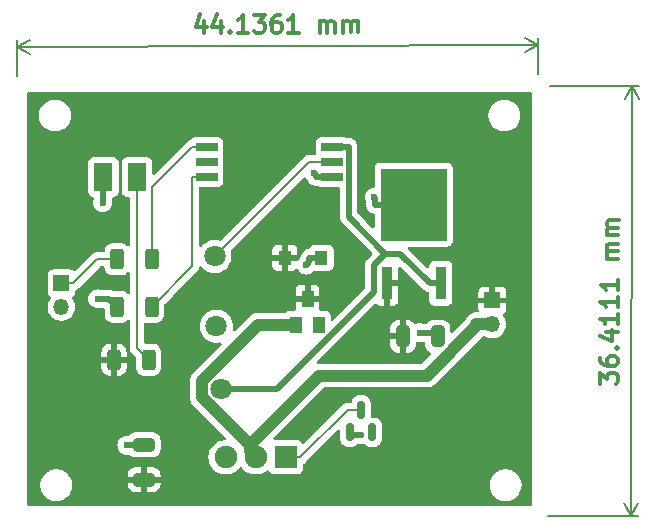
<source format=gbr>
%TF.GenerationSoftware,KiCad,Pcbnew,8.0.1*%
%TF.CreationDate,2024-11-21T22:19:22+00:00*%
%TF.ProjectId,Heating Element,48656174-696e-4672-9045-6c656d656e74,1*%
%TF.SameCoordinates,Original*%
%TF.FileFunction,Copper,L1,Top*%
%TF.FilePolarity,Positive*%
%FSLAX46Y46*%
G04 Gerber Fmt 4.6, Leading zero omitted, Abs format (unit mm)*
G04 Created by KiCad (PCBNEW 8.0.1) date 2024-11-21 22:19:22*
%MOMM*%
%LPD*%
G01*
G04 APERTURE LIST*
G04 Aperture macros list*
%AMRoundRect*
0 Rectangle with rounded corners*
0 $1 Rounding radius*
0 $2 $3 $4 $5 $6 $7 $8 $9 X,Y pos of 4 corners*
0 Add a 4 corners polygon primitive as box body*
4,1,4,$2,$3,$4,$5,$6,$7,$8,$9,$2,$3,0*
0 Add four circle primitives for the rounded corners*
1,1,$1+$1,$2,$3*
1,1,$1+$1,$4,$5*
1,1,$1+$1,$6,$7*
1,1,$1+$1,$8,$9*
0 Add four rect primitives between the rounded corners*
20,1,$1+$1,$2,$3,$4,$5,0*
20,1,$1+$1,$4,$5,$6,$7,0*
20,1,$1+$1,$6,$7,$8,$9,0*
20,1,$1+$1,$8,$9,$2,$3,0*%
G04 Aperture macros list end*
%ADD10C,0.300000*%
%TA.AperFunction,NonConductor*%
%ADD11C,0.300000*%
%TD*%
%TA.AperFunction,NonConductor*%
%ADD12C,0.200000*%
%TD*%
%TA.AperFunction,SMDPad,CuDef*%
%ADD13RoundRect,0.150000X0.150000X-0.587500X0.150000X0.587500X-0.150000X0.587500X-0.150000X-0.587500X0*%
%TD*%
%TA.AperFunction,SMDPad,CuDef*%
%ADD14R,1.110000X1.220000*%
%TD*%
%TA.AperFunction,SMDPad,CuDef*%
%ADD15R,1.600000X2.400000*%
%TD*%
%TA.AperFunction,SMDPad,CuDef*%
%ADD16R,1.000000X1.400000*%
%TD*%
%TA.AperFunction,ComponentPad*%
%ADD17O,1.350000X1.350000*%
%TD*%
%TA.AperFunction,ComponentPad*%
%ADD18R,1.350000X1.350000*%
%TD*%
%TA.AperFunction,ComponentPad*%
%ADD19C,1.800000*%
%TD*%
%TA.AperFunction,SMDPad,CuDef*%
%ADD20RoundRect,0.250000X0.650000X-0.325000X0.650000X0.325000X-0.650000X0.325000X-0.650000X-0.325000X0*%
%TD*%
%TA.AperFunction,SMDPad,CuDef*%
%ADD21RoundRect,0.250000X-0.312500X-0.625000X0.312500X-0.625000X0.312500X0.625000X-0.312500X0.625000X0*%
%TD*%
%TA.AperFunction,SMDPad,CuDef*%
%ADD22R,1.850000X0.650000*%
%TD*%
%TA.AperFunction,ComponentPad*%
%ADD23R,1.910000X1.910000*%
%TD*%
%TA.AperFunction,ComponentPad*%
%ADD24C,1.910000*%
%TD*%
%TA.AperFunction,SMDPad,CuDef*%
%ADD25R,0.970000X2.830000*%
%TD*%
%TA.AperFunction,SMDPad,CuDef*%
%ADD26R,5.630000X6.090000*%
%TD*%
%TA.AperFunction,SMDPad,CuDef*%
%ADD27RoundRect,0.250000X-0.325000X-0.650000X0.325000X-0.650000X0.325000X0.650000X-0.325000X0.650000X0*%
%TD*%
%TA.AperFunction,ViaPad*%
%ADD28C,0.600000*%
%TD*%
%TA.AperFunction,Conductor*%
%ADD29C,0.200000*%
%TD*%
%TA.AperFunction,Conductor*%
%ADD30C,0.500000*%
%TD*%
%TA.AperFunction,Conductor*%
%ADD31C,1.000000*%
%TD*%
G04 APERTURE END LIST*
D10*
D11*
X145169817Y-103173977D02*
X145173365Y-102245412D01*
X145173365Y-102245412D02*
X145742879Y-102747592D01*
X145742879Y-102747592D02*
X145743697Y-102533308D01*
X145743697Y-102533308D02*
X145815671Y-102390725D01*
X145815671Y-102390725D02*
X145887372Y-102319570D01*
X145887372Y-102319570D02*
X146030501Y-102248688D01*
X146030501Y-102248688D02*
X146387641Y-102250052D01*
X146387641Y-102250052D02*
X146530225Y-102322026D01*
X146530225Y-102322026D02*
X146601380Y-102393727D01*
X146601380Y-102393727D02*
X146672262Y-102536856D01*
X146672262Y-102536856D02*
X146670624Y-102965424D01*
X146670624Y-102965424D02*
X146598651Y-103108008D01*
X146598651Y-103108008D02*
X146526950Y-103179163D01*
X145178277Y-100959708D02*
X145177186Y-101245420D01*
X145177186Y-101245420D02*
X145248068Y-101388549D01*
X145248068Y-101388549D02*
X145319223Y-101460250D01*
X145319223Y-101460250D02*
X145532961Y-101603925D01*
X145532961Y-101603925D02*
X145818400Y-101676445D01*
X145818400Y-101676445D02*
X146389825Y-101678628D01*
X146389825Y-101678628D02*
X146532954Y-101607746D01*
X146532954Y-101607746D02*
X146604655Y-101536591D01*
X146604655Y-101536591D02*
X146676629Y-101394008D01*
X146676629Y-101394008D02*
X146677720Y-101108296D01*
X146677720Y-101108296D02*
X146606838Y-100965166D01*
X146606838Y-100965166D02*
X146535683Y-100893466D01*
X146535683Y-100893466D02*
X146393100Y-100821492D01*
X146393100Y-100821492D02*
X146035960Y-100820127D01*
X146035960Y-100820127D02*
X145892831Y-100891009D01*
X145892831Y-100891009D02*
X145821130Y-100962164D01*
X145821130Y-100962164D02*
X145749156Y-101104748D01*
X145749156Y-101104748D02*
X145748064Y-101390460D01*
X145748064Y-101390460D02*
X145818946Y-101533589D01*
X145818946Y-101533589D02*
X145890101Y-101605290D01*
X145890101Y-101605290D02*
X146032685Y-101677264D01*
X146538412Y-100179185D02*
X146610113Y-100108030D01*
X146610113Y-100108030D02*
X146681268Y-100179731D01*
X146681268Y-100179731D02*
X146609567Y-100250886D01*
X146609567Y-100250886D02*
X146538412Y-100179185D01*
X146538412Y-100179185D02*
X146681268Y-100179731D01*
X145686461Y-98818777D02*
X146686454Y-98822598D01*
X145113672Y-99173734D02*
X146183728Y-99534968D01*
X146183728Y-99534968D02*
X146187276Y-98606403D01*
X146692458Y-97251181D02*
X146689183Y-98108318D01*
X146690821Y-97679750D02*
X145190832Y-97674018D01*
X145190832Y-97674018D02*
X145404570Y-97817693D01*
X145404570Y-97817693D02*
X145546880Y-97961095D01*
X145546880Y-97961095D02*
X145617762Y-98104224D01*
X146697917Y-95822621D02*
X146694642Y-96679757D01*
X146696279Y-96251189D02*
X145196290Y-96245458D01*
X145196290Y-96245458D02*
X145410028Y-96389133D01*
X145410028Y-96389133D02*
X145552339Y-96532535D01*
X145552339Y-96532535D02*
X145623221Y-96675664D01*
X146703375Y-94394060D02*
X146700100Y-95251197D01*
X146701738Y-94822629D02*
X145201749Y-94816897D01*
X145201749Y-94816897D02*
X145415487Y-94960572D01*
X145415487Y-94960572D02*
X145557797Y-95103974D01*
X145557797Y-95103974D02*
X145628679Y-95247103D01*
X146710198Y-92608360D02*
X145710206Y-92604539D01*
X145853062Y-92605084D02*
X145781907Y-92533384D01*
X145781907Y-92533384D02*
X145711024Y-92390254D01*
X145711024Y-92390254D02*
X145711843Y-92175970D01*
X145711843Y-92175970D02*
X145783817Y-92033387D01*
X145783817Y-92033387D02*
X145926946Y-91962505D01*
X145926946Y-91962505D02*
X146712655Y-91965507D01*
X145926946Y-91962505D02*
X145784363Y-91890531D01*
X145784363Y-91890531D02*
X145713481Y-91747402D01*
X145713481Y-91747402D02*
X145714299Y-91533118D01*
X145714299Y-91533118D02*
X145786273Y-91390535D01*
X145786273Y-91390535D02*
X145929402Y-91319653D01*
X145929402Y-91319653D02*
X146715111Y-91322655D01*
X146717840Y-90608374D02*
X145717847Y-90604553D01*
X145860703Y-90605099D02*
X145789548Y-90533398D01*
X145789548Y-90533398D02*
X145718666Y-90390269D01*
X145718666Y-90390269D02*
X145719485Y-90175985D01*
X145719485Y-90175985D02*
X145791459Y-90033402D01*
X145791459Y-90033402D02*
X145934588Y-89962520D01*
X145934588Y-89962520D02*
X146720296Y-89965522D01*
X145934588Y-89962520D02*
X145792005Y-89890546D01*
X145792005Y-89890546D02*
X145721122Y-89747417D01*
X145721122Y-89747417D02*
X145721941Y-89533132D01*
X145721941Y-89533132D02*
X145793915Y-89390549D01*
X145793915Y-89390549D02*
X145937044Y-89319667D01*
X145937044Y-89319667D02*
X146722753Y-89322669D01*
D12*
X140899996Y-77951910D02*
X148474194Y-77980851D01*
X140760872Y-114362786D02*
X148335070Y-114391727D01*
X147887778Y-77978610D02*
X147748654Y-114389486D01*
X147887778Y-77978610D02*
X147748654Y-114389486D01*
X147887778Y-77978610D02*
X148469890Y-79107346D01*
X147887778Y-77978610D02*
X147297057Y-79102865D01*
X147748654Y-114389486D02*
X147166542Y-113260750D01*
X147748654Y-114389486D02*
X148339375Y-113265231D01*
D10*
D11*
X111626772Y-72476998D02*
X111629925Y-73476993D01*
X111267830Y-71906698D02*
X110914066Y-72979247D01*
X110914066Y-72979247D02*
X111842633Y-72976320D01*
X113055336Y-72472495D02*
X113058488Y-73472490D01*
X112696394Y-71902195D02*
X112342630Y-72974744D01*
X112342630Y-72974744D02*
X113271197Y-72971817D01*
X113843748Y-73327157D02*
X113915401Y-73398360D01*
X113915401Y-73398360D02*
X113844198Y-73470013D01*
X113844198Y-73470013D02*
X113772545Y-73398810D01*
X113772545Y-73398810D02*
X113843748Y-73327157D01*
X113843748Y-73327157D02*
X113844198Y-73470013D01*
X115344191Y-73465285D02*
X114487053Y-73467987D01*
X114915622Y-73466636D02*
X114910894Y-71966643D01*
X114910894Y-71966643D02*
X114768713Y-72181378D01*
X114768713Y-72181378D02*
X114626307Y-72324685D01*
X114626307Y-72324685D02*
X114483675Y-72396564D01*
X115839460Y-71963716D02*
X116768027Y-71960789D01*
X116768027Y-71960789D02*
X116269831Y-72533791D01*
X116269831Y-72533791D02*
X116484115Y-72533116D01*
X116484115Y-72533116D02*
X116627197Y-72604094D01*
X116627197Y-72604094D02*
X116698850Y-72675297D01*
X116698850Y-72675297D02*
X116770729Y-72817928D01*
X116770729Y-72817928D02*
X116771855Y-73175069D01*
X116771855Y-73175069D02*
X116700877Y-73318151D01*
X116700877Y-73318151D02*
X116629674Y-73389804D01*
X116629674Y-73389804D02*
X116487042Y-73461683D01*
X116487042Y-73461683D02*
X116058473Y-73463034D01*
X116058473Y-73463034D02*
X115915391Y-73392056D01*
X115915391Y-73392056D02*
X115843738Y-73320853D01*
X118053734Y-71956737D02*
X117768022Y-71957637D01*
X117768022Y-71957637D02*
X117625390Y-72029516D01*
X117625390Y-72029516D02*
X117554187Y-72101169D01*
X117554187Y-72101169D02*
X117412006Y-72315904D01*
X117412006Y-72315904D02*
X117341479Y-72601842D01*
X117341479Y-72601842D02*
X117343280Y-73173268D01*
X117343280Y-73173268D02*
X117415158Y-73315899D01*
X117415158Y-73315899D02*
X117486812Y-73387102D01*
X117486812Y-73387102D02*
X117629893Y-73458080D01*
X117629893Y-73458080D02*
X117915606Y-73457180D01*
X117915606Y-73457180D02*
X118058237Y-73385301D01*
X118058237Y-73385301D02*
X118129441Y-73313648D01*
X118129441Y-73313648D02*
X118200418Y-73170566D01*
X118200418Y-73170566D02*
X118199293Y-72813425D01*
X118199293Y-72813425D02*
X118127414Y-72670794D01*
X118127414Y-72670794D02*
X118055761Y-72599591D01*
X118055761Y-72599591D02*
X117912679Y-72528613D01*
X117912679Y-72528613D02*
X117626966Y-72529513D01*
X117626966Y-72529513D02*
X117484335Y-72601392D01*
X117484335Y-72601392D02*
X117413132Y-72673045D01*
X117413132Y-72673045D02*
X117342154Y-72816127D01*
X119629883Y-73451776D02*
X118772744Y-73454478D01*
X119201314Y-73453127D02*
X119196585Y-71953134D01*
X119196585Y-71953134D02*
X119054404Y-72167869D01*
X119054404Y-72167869D02*
X118911998Y-72311176D01*
X118911998Y-72311176D02*
X118769367Y-72383054D01*
X121415588Y-73446147D02*
X121412436Y-72446152D01*
X121412886Y-72589008D02*
X121484089Y-72517355D01*
X121484089Y-72517355D02*
X121626720Y-72445476D01*
X121626720Y-72445476D02*
X121841005Y-72444801D01*
X121841005Y-72444801D02*
X121984087Y-72515779D01*
X121984087Y-72515779D02*
X122055965Y-72658410D01*
X122055965Y-72658410D02*
X122058442Y-73444121D01*
X122055965Y-72658410D02*
X122126943Y-72515329D01*
X122126943Y-72515329D02*
X122269574Y-72443450D01*
X122269574Y-72443450D02*
X122483859Y-72442775D01*
X122483859Y-72442775D02*
X122626940Y-72513753D01*
X122626940Y-72513753D02*
X122698819Y-72656384D01*
X122698819Y-72656384D02*
X122701296Y-73442094D01*
X123415578Y-73439843D02*
X123412426Y-72439848D01*
X123412876Y-72582704D02*
X123484079Y-72511051D01*
X123484079Y-72511051D02*
X123626710Y-72439172D01*
X123626710Y-72439172D02*
X123840995Y-72438497D01*
X123840995Y-72438497D02*
X123984077Y-72509475D01*
X123984077Y-72509475D02*
X124055955Y-72652106D01*
X124055955Y-72652106D02*
X124058432Y-73437816D01*
X124055955Y-72652106D02*
X124126933Y-72509024D01*
X124126933Y-72509024D02*
X124269564Y-72437146D01*
X124269564Y-72437146D02*
X124483849Y-72436470D01*
X124483849Y-72436470D02*
X124626931Y-72507448D01*
X124626931Y-72507448D02*
X124698809Y-72650080D01*
X124698809Y-72650080D02*
X124701286Y-73435790D01*
D12*
X95787548Y-77114126D02*
X95777928Y-74062215D01*
X139923424Y-76975002D02*
X139913804Y-73923091D01*
X95779776Y-74648633D02*
X139915652Y-74509509D01*
X95779776Y-74648633D02*
X139915652Y-74509509D01*
X95779776Y-74648633D02*
X96904426Y-74058664D01*
X95779776Y-74648633D02*
X96908123Y-75231500D01*
X139915652Y-74509509D02*
X138791002Y-75099478D01*
X139915652Y-74509509D02*
X138787305Y-73926642D01*
D13*
%TO.P,D3,1,A*%
%TO.N,GND*%
X123975000Y-107275000D03*
%TO.P,D3,2,NC*%
%TO.N,unconnected-(D3-NC-Pad2)*%
X125875000Y-107275000D03*
%TO.P,D3,3,K*%
%TO.N,/VG*%
X124925000Y-105400000D03*
%TD*%
D14*
%TO.P,D4,1*%
%TO.N,+24V*%
X118464400Y-92506800D03*
%TO.P,D4,2*%
%TO.N,GND*%
X121564400Y-92506800D03*
%TD*%
D15*
%TO.P,D2,1*%
%TO.N,GND*%
X103105000Y-85670000D03*
%TO.P,D2,2*%
%TO.N,Net-(D2-Pad2)*%
X105955000Y-85670000D03*
%TD*%
D16*
%TO.P,D1,3*%
%TO.N,+24V*%
X120396000Y-95978800D03*
%TO.P,D1,2*%
%TO.N,unconnected-(D1-Pad2)*%
X121346000Y-98178800D03*
%TO.P,D1,1*%
%TO.N,/Vdrain*%
X119446000Y-98178800D03*
%TD*%
D17*
%TO.P,J2,2,Pin_2*%
%TO.N,/Vdrain*%
X136042400Y-98129600D03*
D18*
%TO.P,J2,1,Pin_1*%
%TO.N,+24V*%
X136042400Y-96129600D03*
%TD*%
%TO.P,J1,1,Pin_1*%
%TO.N,/PWM input*%
X99560000Y-94680000D03*
D17*
%TO.P,J1,2,Pin_2*%
%TO.N,GND*%
X99560000Y-96680000D03*
%TD*%
D19*
%TO.P,TP1,1,1*%
%TO.N,/VG*%
X112530000Y-92400000D03*
%TD*%
D20*
%TO.P,C1,1*%
%TO.N,+24V*%
X106550000Y-111295000D03*
%TO.P,C1,2*%
%TO.N,GND*%
X106550000Y-108345000D03*
%TD*%
D19*
%TO.P,TP3,1,1*%
%TO.N,/+15V*%
X113050000Y-103620000D03*
%TD*%
D21*
%TO.P,R3,1*%
%TO.N,+24V*%
X104010000Y-101150000D03*
%TO.P,R3,2*%
%TO.N,Net-(D2-Pad2)*%
X106935000Y-101150000D03*
%TD*%
D22*
%TO.P,IC1,1,ANODE*%
%TO.N,Net-(IC1-ANODE)*%
X111845000Y-83130000D03*
%TO.P,IC1,2,NC*%
%TO.N,unconnected-(IC1-NC-Pad2)*%
X111845000Y-84400000D03*
%TO.P,IC1,3,CATHODE*%
%TO.N,Net-(IC1-CATHODE)*%
X111845000Y-85670000D03*
%TO.P,IC1,4,VEE*%
%TO.N,GND*%
X122495000Y-85670000D03*
%TO.P,IC1,5,VOUT*%
%TO.N,/VG*%
X122495000Y-84400000D03*
%TO.P,IC1,6,VCC*%
%TO.N,/+15V*%
X122495000Y-83130000D03*
%TD*%
D21*
%TO.P,R1,1*%
%TO.N,/PWM input*%
X104267500Y-92630000D03*
%TO.P,R1,2*%
%TO.N,Net-(IC1-ANODE)*%
X107192500Y-92630000D03*
%TD*%
D19*
%TO.P,TP2,1,1*%
%TO.N,GND*%
X112680000Y-98310000D03*
%TD*%
D23*
%TO.P,U1,1*%
%TO.N,/VG*%
X118540000Y-109400000D03*
D24*
%TO.P,U1,2*%
%TO.N,/Vdrain*%
X116000000Y-109400000D03*
%TO.P,U1,3*%
%TO.N,GND*%
X113460000Y-109400000D03*
%TD*%
D25*
%TO.P,U2,1,IN*%
%TO.N,+24V*%
X127097600Y-94665600D03*
D26*
%TO.P,U2,2,GND*%
%TO.N,GND*%
X129387600Y-88015600D03*
D25*
%TO.P,U2,3,OUT*%
%TO.N,/+15V*%
X131677600Y-94665600D03*
%TD*%
D27*
%TO.P,C2,1*%
%TO.N,+24V*%
X128471400Y-99161600D03*
%TO.P,C2,2*%
%TO.N,GND*%
X131421400Y-99161600D03*
%TD*%
D21*
%TO.P,R2,1*%
%TO.N,GND*%
X104267500Y-96660000D03*
%TO.P,R2,2*%
%TO.N,Net-(IC1-CATHODE)*%
X107192500Y-96660000D03*
%TD*%
D28*
%TO.N,GND*%
X102623700Y-95987200D03*
X105094600Y-108394600D03*
X103041800Y-87849200D03*
X120266500Y-93123700D03*
X124896300Y-107505500D03*
X120951300Y-85345000D03*
X129946400Y-98850700D03*
X126044800Y-87396700D03*
%TD*%
D29*
%TO.N,Net-(D2-Pad2)*%
X105955000Y-100170000D02*
X105955000Y-85670000D01*
X106935000Y-101150000D02*
X105955000Y-100170000D01*
%TO.N,/VG*%
X123796700Y-105400000D02*
X124925000Y-105400000D01*
X119796700Y-109400000D02*
X123796700Y-105400000D01*
X118540000Y-109400000D02*
X119796700Y-109400000D01*
X120530000Y-84400000D02*
X122495000Y-84400000D01*
X112530000Y-92400000D02*
X120530000Y-84400000D01*
D30*
%TO.N,/+15V*%
X122495000Y-83130000D02*
X123871700Y-83130000D01*
X131677600Y-94665600D02*
X130740900Y-94665600D01*
X125995000Y-93151900D02*
X126990700Y-92156200D01*
X125995000Y-95435200D02*
X125995000Y-93151900D01*
X117810200Y-103620000D02*
X125995000Y-95435200D01*
X113050000Y-103620000D02*
X117810200Y-103620000D01*
X123871700Y-89037200D02*
X126990700Y-92156200D01*
X123871700Y-83130000D02*
X123871700Y-89037200D01*
X128231500Y-92156200D02*
X130740900Y-94665600D01*
X126990700Y-92156200D02*
X128231500Y-92156200D01*
D29*
%TO.N,Net-(IC1-ANODE)*%
X107192500Y-86555800D02*
X107192500Y-92630000D01*
X110618300Y-83130000D02*
X107192500Y-86555800D01*
X111845000Y-83130000D02*
X110618300Y-83130000D01*
%TO.N,Net-(IC1-CATHODE)*%
X110618300Y-93234200D02*
X107192500Y-96660000D01*
X110618300Y-85670000D02*
X110618300Y-93234200D01*
X111845000Y-85670000D02*
X110618300Y-85670000D01*
%TO.N,/PWM input*%
X102586700Y-92630000D02*
X100536700Y-94680000D01*
X104267500Y-92630000D02*
X102586700Y-92630000D01*
X99560000Y-94680000D02*
X100536700Y-94680000D01*
D31*
%TO.N,/Vdrain*%
X116205800Y-98178800D02*
X119446000Y-98178800D01*
X111419900Y-102964700D02*
X116205800Y-98178800D01*
X111419900Y-104269100D02*
X111419900Y-102964700D01*
X115504000Y-108353100D02*
X111419900Y-104269100D01*
X121366400Y-102490700D02*
X115504000Y-108353100D01*
X130476700Y-102490700D02*
X121366400Y-102490700D01*
X134665700Y-98301700D02*
X130476700Y-102490700D01*
X134665700Y-98129600D02*
X134665700Y-98301700D01*
X115503900Y-108903900D02*
X116000000Y-109400000D01*
X115503900Y-108353200D02*
X115503900Y-108903900D01*
X115504000Y-108353100D02*
X115503900Y-108353200D01*
X136042400Y-98129600D02*
X134665700Y-98129600D01*
D30*
%TO.N,GND*%
X103594700Y-95987200D02*
X104267500Y-96660000D01*
X102623700Y-95987200D02*
X103594700Y-95987200D01*
X106500400Y-108394600D02*
X106550000Y-108345000D01*
X105094600Y-108394600D02*
X106500400Y-108394600D01*
X103105000Y-87786000D02*
X103105000Y-85670000D01*
X103041800Y-87849200D02*
X103105000Y-87786000D01*
X120557700Y-92832500D02*
X120557700Y-92506800D01*
X120266500Y-93123700D02*
X120557700Y-92832500D01*
X121564400Y-92506800D02*
X120557700Y-92506800D01*
X124205500Y-107505500D02*
X123975000Y-107275000D01*
X124896300Y-107505500D02*
X124205500Y-107505500D01*
X121118300Y-85512000D02*
X121118300Y-85670000D01*
X120951300Y-85345000D02*
X121118300Y-85512000D01*
X122495000Y-85670000D02*
X121118300Y-85670000D01*
X131110500Y-98850700D02*
X131421400Y-99161600D01*
X129946400Y-98850700D02*
X131110500Y-98850700D01*
X126120900Y-87472800D02*
X126120900Y-88015600D01*
X126044800Y-87396700D02*
X126120900Y-87472800D01*
X129387600Y-88015600D02*
X126120900Y-88015600D01*
%TD*%
%TA.AperFunction,Conductor*%
%TO.N,+24V*%
G36*
X139342539Y-78495185D02*
G01*
X139388294Y-78547989D01*
X139399500Y-78599500D01*
X139399500Y-113375500D01*
X139379815Y-113442539D01*
X139327011Y-113488294D01*
X139275500Y-113499500D01*
X96774500Y-113499500D01*
X96707461Y-113479815D01*
X96661706Y-113427011D01*
X96650500Y-113375500D01*
X96650500Y-111869487D01*
X97758700Y-111869487D01*
X97791954Y-112079443D01*
X97794846Y-112088345D01*
X97857644Y-112281614D01*
X97954151Y-112471020D01*
X98079090Y-112642986D01*
X98229413Y-112793309D01*
X98401379Y-112918248D01*
X98401381Y-112918249D01*
X98401384Y-112918251D01*
X98590788Y-113014757D01*
X98792957Y-113080446D01*
X99002913Y-113113700D01*
X99002914Y-113113700D01*
X99215486Y-113113700D01*
X99215487Y-113113700D01*
X99425443Y-113080446D01*
X99627612Y-113014757D01*
X99817016Y-112918251D01*
X99883903Y-112869655D01*
X99988986Y-112793309D01*
X99988988Y-112793306D01*
X99988992Y-112793304D01*
X100139304Y-112642992D01*
X100139306Y-112642988D01*
X100139309Y-112642986D01*
X100264248Y-112471020D01*
X100264247Y-112471020D01*
X100264251Y-112471016D01*
X100360757Y-112281612D01*
X100426446Y-112079443D01*
X100459700Y-111869487D01*
X100459700Y-111656913D01*
X100441975Y-111545000D01*
X105150001Y-111545000D01*
X105150001Y-111669986D01*
X105160494Y-111772697D01*
X105215641Y-111939119D01*
X105215643Y-111939124D01*
X105307684Y-112088345D01*
X105431654Y-112212315D01*
X105580875Y-112304356D01*
X105580880Y-112304358D01*
X105747302Y-112359505D01*
X105747309Y-112359506D01*
X105850019Y-112369999D01*
X106299999Y-112369999D01*
X106300000Y-112369998D01*
X106300000Y-111545000D01*
X106800000Y-111545000D01*
X106800000Y-112369999D01*
X107249972Y-112369999D01*
X107249986Y-112369998D01*
X107352697Y-112359505D01*
X107519119Y-112304358D01*
X107519124Y-112304356D01*
X107668345Y-112212315D01*
X107792315Y-112088345D01*
X107884356Y-111939124D01*
X107884358Y-111939119D01*
X107907432Y-111869487D01*
X135807900Y-111869487D01*
X135841154Y-112079443D01*
X135844046Y-112088345D01*
X135906844Y-112281614D01*
X136003351Y-112471020D01*
X136128290Y-112642986D01*
X136278613Y-112793309D01*
X136450579Y-112918248D01*
X136450581Y-112918249D01*
X136450584Y-112918251D01*
X136639988Y-113014757D01*
X136842157Y-113080446D01*
X137052113Y-113113700D01*
X137052114Y-113113700D01*
X137264686Y-113113700D01*
X137264687Y-113113700D01*
X137474643Y-113080446D01*
X137676812Y-113014757D01*
X137866216Y-112918251D01*
X137933103Y-112869655D01*
X138038186Y-112793309D01*
X138038188Y-112793306D01*
X138038192Y-112793304D01*
X138188504Y-112642992D01*
X138188506Y-112642988D01*
X138188509Y-112642986D01*
X138313448Y-112471020D01*
X138313447Y-112471020D01*
X138313451Y-112471016D01*
X138409957Y-112281612D01*
X138475646Y-112079443D01*
X138508900Y-111869487D01*
X138508900Y-111656913D01*
X138475646Y-111446957D01*
X138409957Y-111244788D01*
X138313451Y-111055384D01*
X138313449Y-111055381D01*
X138313448Y-111055379D01*
X138188509Y-110883413D01*
X138038186Y-110733090D01*
X137866220Y-110608151D01*
X137676814Y-110511644D01*
X137676813Y-110511643D01*
X137676812Y-110511643D01*
X137474643Y-110445954D01*
X137474641Y-110445953D01*
X137474640Y-110445953D01*
X137313357Y-110420408D01*
X137264687Y-110412700D01*
X137052113Y-110412700D01*
X137003442Y-110420408D01*
X136842160Y-110445953D01*
X136639985Y-110511644D01*
X136450579Y-110608151D01*
X136278613Y-110733090D01*
X136128290Y-110883413D01*
X136003351Y-111055379D01*
X135906844Y-111244785D01*
X135841153Y-111446960D01*
X135825625Y-111545000D01*
X135807900Y-111656913D01*
X135807900Y-111869487D01*
X107907432Y-111869487D01*
X107939505Y-111772697D01*
X107939506Y-111772690D01*
X107949999Y-111669986D01*
X107950000Y-111669973D01*
X107950000Y-111545000D01*
X106800000Y-111545000D01*
X106300000Y-111545000D01*
X105150001Y-111545000D01*
X100441975Y-111545000D01*
X100426446Y-111446957D01*
X100360757Y-111244788D01*
X100264251Y-111055384D01*
X100264249Y-111055381D01*
X100264248Y-111055379D01*
X100256707Y-111045000D01*
X105150000Y-111045000D01*
X106300000Y-111045000D01*
X106300000Y-110220000D01*
X106800000Y-110220000D01*
X106800000Y-111045000D01*
X107949999Y-111045000D01*
X107949999Y-110920028D01*
X107949998Y-110920013D01*
X107939505Y-110817302D01*
X107884358Y-110650880D01*
X107884356Y-110650875D01*
X107792315Y-110501654D01*
X107668345Y-110377684D01*
X107519124Y-110285643D01*
X107519119Y-110285641D01*
X107352697Y-110230494D01*
X107352690Y-110230493D01*
X107249986Y-110220000D01*
X106800000Y-110220000D01*
X106300000Y-110220000D01*
X105850028Y-110220000D01*
X105850012Y-110220001D01*
X105747302Y-110230494D01*
X105580880Y-110285641D01*
X105580875Y-110285643D01*
X105431654Y-110377684D01*
X105307684Y-110501654D01*
X105215643Y-110650875D01*
X105215641Y-110650880D01*
X105160494Y-110817302D01*
X105160493Y-110817309D01*
X105150000Y-110920013D01*
X105150000Y-111045000D01*
X100256707Y-111045000D01*
X100139309Y-110883413D01*
X99988986Y-110733090D01*
X99817020Y-110608151D01*
X99627614Y-110511644D01*
X99627613Y-110511643D01*
X99627612Y-110511643D01*
X99425443Y-110445954D01*
X99425441Y-110445953D01*
X99425440Y-110445953D01*
X99264157Y-110420408D01*
X99215487Y-110412700D01*
X99002913Y-110412700D01*
X98954242Y-110420408D01*
X98792960Y-110445953D01*
X98590785Y-110511644D01*
X98401379Y-110608151D01*
X98229413Y-110733090D01*
X98079090Y-110883413D01*
X97954151Y-111055379D01*
X97857644Y-111244785D01*
X97791953Y-111446960D01*
X97776425Y-111545000D01*
X97758700Y-111656913D01*
X97758700Y-111869487D01*
X96650500Y-111869487D01*
X96650500Y-108394603D01*
X104289035Y-108394603D01*
X104309230Y-108573849D01*
X104309231Y-108573854D01*
X104368811Y-108744123D01*
X104418246Y-108822797D01*
X104464784Y-108896862D01*
X104592338Y-109024416D01*
X104745078Y-109120389D01*
X104913119Y-109179189D01*
X104915345Y-109179968D01*
X104915350Y-109179969D01*
X105094596Y-109200165D01*
X105094600Y-109200165D01*
X105094604Y-109200165D01*
X105280776Y-109179189D01*
X105281109Y-109182151D01*
X105337561Y-109185574D01*
X105383170Y-109214538D01*
X105431344Y-109262712D01*
X105580666Y-109354814D01*
X105747203Y-109409999D01*
X105849991Y-109420500D01*
X107250008Y-109420499D01*
X107352797Y-109409999D01*
X107519334Y-109354814D01*
X107668656Y-109262712D01*
X107792712Y-109138656D01*
X107884814Y-108989334D01*
X107939999Y-108822797D01*
X107950500Y-108720009D01*
X107950499Y-107969992D01*
X107946228Y-107928186D01*
X107939999Y-107867203D01*
X107939998Y-107867200D01*
X107915788Y-107794140D01*
X107884814Y-107700666D01*
X107792712Y-107551344D01*
X107668656Y-107427288D01*
X107519334Y-107335186D01*
X107352797Y-107280001D01*
X107352795Y-107280000D01*
X107250010Y-107269500D01*
X105849998Y-107269500D01*
X105849981Y-107269501D01*
X105747203Y-107280000D01*
X105747200Y-107280001D01*
X105580668Y-107335185D01*
X105580663Y-107335187D01*
X105431342Y-107427289D01*
X105307285Y-107551346D01*
X105305237Y-107553937D01*
X105303380Y-107555251D01*
X105302181Y-107556451D01*
X105301976Y-107556246D01*
X105248214Y-107594313D01*
X105194090Y-107600244D01*
X105094603Y-107589035D01*
X105094596Y-107589035D01*
X104915350Y-107609230D01*
X104915345Y-107609231D01*
X104745076Y-107668811D01*
X104592337Y-107764784D01*
X104464784Y-107892337D01*
X104368811Y-108045076D01*
X104309231Y-108215345D01*
X104309230Y-108215350D01*
X104289035Y-108394596D01*
X104289035Y-108394603D01*
X96650500Y-108394603D01*
X96650500Y-101400000D01*
X102947501Y-101400000D01*
X102947501Y-101824986D01*
X102957994Y-101927697D01*
X103013141Y-102094119D01*
X103013143Y-102094124D01*
X103105184Y-102243345D01*
X103229154Y-102367315D01*
X103378375Y-102459356D01*
X103378380Y-102459358D01*
X103544802Y-102514505D01*
X103544809Y-102514506D01*
X103647519Y-102524999D01*
X103759999Y-102524999D01*
X103760000Y-102524998D01*
X103760000Y-101400000D01*
X104260000Y-101400000D01*
X104260000Y-102524999D01*
X104372472Y-102524999D01*
X104372486Y-102524998D01*
X104475197Y-102514505D01*
X104641619Y-102459358D01*
X104641624Y-102459356D01*
X104790845Y-102367315D01*
X104914815Y-102243345D01*
X105006856Y-102094124D01*
X105006858Y-102094119D01*
X105062005Y-101927697D01*
X105062006Y-101927690D01*
X105072499Y-101824986D01*
X105072500Y-101824973D01*
X105072500Y-101400000D01*
X104260000Y-101400000D01*
X103760000Y-101400000D01*
X102947501Y-101400000D01*
X96650500Y-101400000D01*
X96650500Y-100900000D01*
X102947500Y-100900000D01*
X103760000Y-100900000D01*
X103760000Y-99775000D01*
X104260000Y-99775000D01*
X104260000Y-100900000D01*
X105072499Y-100900000D01*
X105072499Y-100475028D01*
X105072498Y-100475013D01*
X105062005Y-100372302D01*
X105006858Y-100205880D01*
X105006856Y-100205875D01*
X104914815Y-100056654D01*
X104790845Y-99932684D01*
X104641624Y-99840643D01*
X104641619Y-99840641D01*
X104475197Y-99785494D01*
X104475190Y-99785493D01*
X104372486Y-99775000D01*
X104260000Y-99775000D01*
X103760000Y-99775000D01*
X103647527Y-99775000D01*
X103647512Y-99775001D01*
X103544802Y-99785494D01*
X103378380Y-99840641D01*
X103378375Y-99840643D01*
X103229154Y-99932684D01*
X103105184Y-100056654D01*
X103013143Y-100205875D01*
X103013141Y-100205880D01*
X102957994Y-100372302D01*
X102957993Y-100372309D01*
X102947500Y-100475013D01*
X102947500Y-100900000D01*
X96650500Y-100900000D01*
X96650500Y-96680000D01*
X98379464Y-96680000D01*
X98399564Y-96896918D01*
X98399564Y-96896920D01*
X98399565Y-96896923D01*
X98438853Y-97035006D01*
X98459184Y-97106462D01*
X98538706Y-97266163D01*
X98556288Y-97301472D01*
X98687573Y-97475322D01*
X98848568Y-97622088D01*
X98848575Y-97622092D01*
X98848576Y-97622093D01*
X99033786Y-97736770D01*
X99033792Y-97736773D01*
X99056664Y-97745633D01*
X99236931Y-97815470D01*
X99451074Y-97855500D01*
X99451076Y-97855500D01*
X99668924Y-97855500D01*
X99668926Y-97855500D01*
X99883069Y-97815470D01*
X100086210Y-97736772D01*
X100271432Y-97622088D01*
X100432427Y-97475322D01*
X100563712Y-97301472D01*
X100660817Y-97106459D01*
X100720435Y-96896923D01*
X100740536Y-96680000D01*
X100720435Y-96463077D01*
X100660817Y-96253541D01*
X100563712Y-96058528D01*
X100482251Y-95950656D01*
X100457560Y-95885297D01*
X100472125Y-95816962D01*
X100506895Y-95776665D01*
X100588378Y-95715666D01*
X100592546Y-95712546D01*
X100678796Y-95597331D01*
X100729091Y-95462483D01*
X100735500Y-95402873D01*
X100735499Y-95330212D01*
X100755183Y-95263174D01*
X100797497Y-95222826D01*
X100833861Y-95201832D01*
X100905416Y-95160520D01*
X101017220Y-95048716D01*
X101017220Y-95048714D01*
X101027424Y-95038511D01*
X101027427Y-95038506D01*
X102799117Y-93266819D01*
X102860440Y-93233334D01*
X102886798Y-93230500D01*
X103084911Y-93230500D01*
X103151950Y-93250185D01*
X103197705Y-93302989D01*
X103208269Y-93341898D01*
X103215001Y-93407797D01*
X103215001Y-93407799D01*
X103265487Y-93560154D01*
X103270186Y-93574334D01*
X103362288Y-93723656D01*
X103486344Y-93847712D01*
X103635666Y-93939814D01*
X103802203Y-93994999D01*
X103904991Y-94005500D01*
X104630008Y-94005499D01*
X104630016Y-94005498D01*
X104630019Y-94005498D01*
X104712934Y-93997028D01*
X104732797Y-93994999D01*
X104899334Y-93939814D01*
X105048656Y-93847712D01*
X105142819Y-93753549D01*
X105204142Y-93720064D01*
X105273834Y-93725048D01*
X105329767Y-93766920D01*
X105354184Y-93832384D01*
X105354500Y-93841230D01*
X105354500Y-95448770D01*
X105334815Y-95515809D01*
X105282011Y-95561564D01*
X105212853Y-95571508D01*
X105149297Y-95542483D01*
X105142819Y-95536451D01*
X105048657Y-95442289D01*
X105048656Y-95442288D01*
X104911004Y-95357384D01*
X104899336Y-95350187D01*
X104899331Y-95350185D01*
X104890383Y-95347220D01*
X104732797Y-95295001D01*
X104732795Y-95295000D01*
X104630010Y-95284500D01*
X103904999Y-95284500D01*
X103904983Y-95284501D01*
X103899536Y-95285058D01*
X103839491Y-95276261D01*
X103813613Y-95265542D01*
X103813608Y-95265541D01*
X103813607Y-95265540D01*
X103668620Y-95236700D01*
X103668618Y-95236700D01*
X102923672Y-95236700D01*
X102882717Y-95229742D01*
X102802954Y-95201831D01*
X102802949Y-95201830D01*
X102623704Y-95181635D01*
X102623696Y-95181635D01*
X102444450Y-95201830D01*
X102444445Y-95201831D01*
X102274176Y-95261411D01*
X102121437Y-95357384D01*
X101993884Y-95484937D01*
X101897911Y-95637676D01*
X101838331Y-95807945D01*
X101838330Y-95807950D01*
X101818135Y-95987196D01*
X101818135Y-95987203D01*
X101838330Y-96166449D01*
X101838331Y-96166454D01*
X101897911Y-96336723D01*
X101968887Y-96449680D01*
X101993884Y-96489462D01*
X102121438Y-96617016D01*
X102274178Y-96712989D01*
X102444445Y-96772568D01*
X102444450Y-96772569D01*
X102623696Y-96792765D01*
X102623700Y-96792765D01*
X102623704Y-96792765D01*
X102802949Y-96772569D01*
X102802952Y-96772568D01*
X102802955Y-96772568D01*
X102882717Y-96744657D01*
X102923672Y-96737700D01*
X103080501Y-96737700D01*
X103147540Y-96757385D01*
X103193295Y-96810189D01*
X103204501Y-96861700D01*
X103204501Y-97335018D01*
X103215000Y-97437796D01*
X103215001Y-97437799D01*
X103238306Y-97508127D01*
X103270186Y-97604334D01*
X103362288Y-97753656D01*
X103486344Y-97877712D01*
X103635666Y-97969814D01*
X103802203Y-98024999D01*
X103904991Y-98035500D01*
X104630008Y-98035499D01*
X104630016Y-98035498D01*
X104630019Y-98035498D01*
X104712934Y-98027028D01*
X104732797Y-98024999D01*
X104899334Y-97969814D01*
X105048656Y-97877712D01*
X105142819Y-97783549D01*
X105204142Y-97750064D01*
X105273834Y-97755048D01*
X105329767Y-97796920D01*
X105354184Y-97862384D01*
X105354500Y-97871230D01*
X105354500Y-100083330D01*
X105354499Y-100083348D01*
X105354499Y-100249054D01*
X105354498Y-100249054D01*
X105395423Y-100401785D01*
X105424358Y-100451900D01*
X105424359Y-100451904D01*
X105424360Y-100451904D01*
X105474479Y-100538714D01*
X105474481Y-100538717D01*
X105593349Y-100657585D01*
X105593355Y-100657590D01*
X105835681Y-100899916D01*
X105869166Y-100961239D01*
X105872000Y-100987597D01*
X105872000Y-101825001D01*
X105872001Y-101825019D01*
X105882500Y-101927796D01*
X105882501Y-101927799D01*
X105937615Y-102094119D01*
X105937686Y-102094334D01*
X106029788Y-102243656D01*
X106153844Y-102367712D01*
X106303166Y-102459814D01*
X106469703Y-102514999D01*
X106572491Y-102525500D01*
X107297508Y-102525499D01*
X107297516Y-102525498D01*
X107297519Y-102525498D01*
X107353802Y-102519748D01*
X107400297Y-102514999D01*
X107566834Y-102459814D01*
X107716156Y-102367712D01*
X107840212Y-102243656D01*
X107932314Y-102094334D01*
X107987499Y-101927797D01*
X107998000Y-101825009D01*
X107997999Y-100474992D01*
X107987499Y-100372203D01*
X107932314Y-100205666D01*
X107840212Y-100056344D01*
X107716156Y-99932288D01*
X107566834Y-99840186D01*
X107400297Y-99785001D01*
X107400295Y-99785000D01*
X107297516Y-99774500D01*
X106679500Y-99774500D01*
X106612461Y-99754815D01*
X106566706Y-99702011D01*
X106555500Y-99650500D01*
X106555500Y-98139822D01*
X106575185Y-98072783D01*
X106627989Y-98027028D01*
X106697147Y-98017084D01*
X106718499Y-98022114D01*
X106727203Y-98024999D01*
X106829991Y-98035500D01*
X107555008Y-98035499D01*
X107555016Y-98035498D01*
X107555019Y-98035498D01*
X107637934Y-98027028D01*
X107657797Y-98024999D01*
X107824334Y-97969814D01*
X107973656Y-97877712D01*
X108097712Y-97753656D01*
X108189814Y-97604334D01*
X108244999Y-97437797D01*
X108255500Y-97335009D01*
X108255499Y-96497595D01*
X108275183Y-96430557D01*
X108291813Y-96409920D01*
X108972933Y-95728800D01*
X119396000Y-95728800D01*
X120146000Y-95728800D01*
X120146000Y-94778800D01*
X120646000Y-94778800D01*
X120646000Y-95728800D01*
X121396000Y-95728800D01*
X121396000Y-95230972D01*
X121395999Y-95230955D01*
X121389598Y-95171427D01*
X121389596Y-95171420D01*
X121339354Y-95036713D01*
X121339350Y-95036706D01*
X121253190Y-94921612D01*
X121253187Y-94921609D01*
X121138093Y-94835449D01*
X121138086Y-94835445D01*
X121003379Y-94785203D01*
X121003372Y-94785201D01*
X120943844Y-94778800D01*
X120646000Y-94778800D01*
X120146000Y-94778800D01*
X119848155Y-94778800D01*
X119788627Y-94785201D01*
X119788620Y-94785203D01*
X119653913Y-94835445D01*
X119653906Y-94835449D01*
X119538812Y-94921609D01*
X119538809Y-94921612D01*
X119452649Y-95036706D01*
X119452645Y-95036713D01*
X119402403Y-95171420D01*
X119402401Y-95171427D01*
X119396000Y-95230955D01*
X119396000Y-95728800D01*
X108972933Y-95728800D01*
X110976806Y-93724928D01*
X110976811Y-93724924D01*
X110987014Y-93714720D01*
X110987016Y-93714720D01*
X111098820Y-93602916D01*
X111153969Y-93507394D01*
X111177877Y-93465985D01*
X111216451Y-93322026D01*
X111252814Y-93262369D01*
X111315661Y-93231840D01*
X111385036Y-93240135D01*
X111427451Y-93270137D01*
X111578216Y-93433913D01*
X111578219Y-93433915D01*
X111578222Y-93433918D01*
X111761365Y-93576464D01*
X111761371Y-93576468D01*
X111761374Y-93576470D01*
X111965497Y-93686936D01*
X112046429Y-93714720D01*
X112185015Y-93762297D01*
X112185017Y-93762297D01*
X112185019Y-93762298D01*
X112413951Y-93800500D01*
X112413952Y-93800500D01*
X112646048Y-93800500D01*
X112646049Y-93800500D01*
X112874981Y-93762298D01*
X113094503Y-93686936D01*
X113298626Y-93576470D01*
X113301371Y-93574334D01*
X113387375Y-93507394D01*
X113481784Y-93433913D01*
X113638979Y-93263153D01*
X113765924Y-93068849D01*
X113859157Y-92856300D01*
X113884354Y-92756800D01*
X117409400Y-92756800D01*
X117409400Y-93164644D01*
X117415801Y-93224172D01*
X117415803Y-93224179D01*
X117466045Y-93358886D01*
X117466049Y-93358893D01*
X117552209Y-93473987D01*
X117552212Y-93473990D01*
X117667306Y-93560150D01*
X117667313Y-93560154D01*
X117802020Y-93610396D01*
X117802027Y-93610398D01*
X117861555Y-93616799D01*
X117861572Y-93616800D01*
X118214400Y-93616800D01*
X118714400Y-93616800D01*
X119067228Y-93616800D01*
X119067244Y-93616799D01*
X119126772Y-93610398D01*
X119126779Y-93610396D01*
X119261486Y-93560154D01*
X119261489Y-93560152D01*
X119380817Y-93470823D01*
X119446281Y-93446405D01*
X119514555Y-93461256D01*
X119560122Y-93504116D01*
X119636682Y-93625960D01*
X119636684Y-93625962D01*
X119764238Y-93753516D01*
X119839013Y-93800500D01*
X119914146Y-93847710D01*
X119916978Y-93849489D01*
X120054234Y-93897517D01*
X120087245Y-93909068D01*
X120087250Y-93909069D01*
X120266496Y-93929265D01*
X120266500Y-93929265D01*
X120266504Y-93929265D01*
X120445749Y-93909069D01*
X120445752Y-93909068D01*
X120445755Y-93909068D01*
X120616022Y-93849489D01*
X120768762Y-93753516D01*
X120868757Y-93653520D01*
X120930076Y-93620038D01*
X120958206Y-93617782D01*
X120958206Y-93617300D01*
X120961526Y-93617299D01*
X120961527Y-93617300D01*
X122167272Y-93617299D01*
X122226883Y-93610891D01*
X122361731Y-93560596D01*
X122476946Y-93474346D01*
X122563196Y-93359131D01*
X122613491Y-93224283D01*
X122619900Y-93164673D01*
X122619899Y-91848928D01*
X122613491Y-91789317D01*
X122611934Y-91785143D01*
X122563197Y-91654471D01*
X122563193Y-91654464D01*
X122476947Y-91539255D01*
X122476944Y-91539252D01*
X122361735Y-91453006D01*
X122361728Y-91453002D01*
X122226882Y-91402708D01*
X122226883Y-91402708D01*
X122167283Y-91396301D01*
X122167281Y-91396300D01*
X122167273Y-91396300D01*
X122167264Y-91396300D01*
X120961529Y-91396300D01*
X120961523Y-91396301D01*
X120901916Y-91402708D01*
X120767071Y-91453002D01*
X120767064Y-91453006D01*
X120651855Y-91539252D01*
X120651852Y-91539255D01*
X120565606Y-91654464D01*
X120565601Y-91654474D01*
X120555301Y-91682089D01*
X120513429Y-91738022D01*
X120463312Y-91760371D01*
X120338792Y-91785140D01*
X120338782Y-91785143D01*
X120202211Y-91841712D01*
X120202198Y-91841719D01*
X120079284Y-91923848D01*
X120079280Y-91923851D01*
X119974751Y-92028380D01*
X119974748Y-92028384D01*
X119892619Y-92151298D01*
X119892612Y-92151311D01*
X119836043Y-92287882D01*
X119836040Y-92287892D01*
X119809725Y-92420185D01*
X119777340Y-92482096D01*
X119765431Y-92492932D01*
X119764240Y-92493881D01*
X119636684Y-92621437D01*
X119588092Y-92698772D01*
X119535757Y-92745063D01*
X119483098Y-92756800D01*
X118714400Y-92756800D01*
X118714400Y-93616800D01*
X118214400Y-93616800D01*
X118214400Y-92756800D01*
X117409400Y-92756800D01*
X113884354Y-92756800D01*
X113916134Y-92631305D01*
X113929758Y-92466889D01*
X113935300Y-92400006D01*
X113935300Y-92399993D01*
X113923435Y-92256800D01*
X117409400Y-92256800D01*
X118214400Y-92256800D01*
X118214400Y-91396800D01*
X118714400Y-91396800D01*
X118714400Y-92256800D01*
X119519400Y-92256800D01*
X119519400Y-91848972D01*
X119519399Y-91848955D01*
X119512998Y-91789427D01*
X119512996Y-91789420D01*
X119462754Y-91654713D01*
X119462750Y-91654706D01*
X119376590Y-91539612D01*
X119376587Y-91539609D01*
X119261493Y-91453449D01*
X119261486Y-91453445D01*
X119126779Y-91403203D01*
X119126772Y-91403201D01*
X119067244Y-91396800D01*
X118714400Y-91396800D01*
X118214400Y-91396800D01*
X117861555Y-91396800D01*
X117802027Y-91403201D01*
X117802020Y-91403203D01*
X117667313Y-91453445D01*
X117667306Y-91453449D01*
X117552212Y-91539609D01*
X117552209Y-91539612D01*
X117466049Y-91654706D01*
X117466045Y-91654713D01*
X117415803Y-91789420D01*
X117415801Y-91789427D01*
X117409400Y-91848955D01*
X117409400Y-92256800D01*
X113923435Y-92256800D01*
X113916135Y-92168702D01*
X113916131Y-92168682D01*
X113871680Y-91993151D01*
X113874304Y-91923331D01*
X113904202Y-91875031D01*
X120061232Y-85718001D01*
X120122553Y-85684518D01*
X120192245Y-85689502D01*
X120248178Y-85731374D01*
X120253904Y-85739711D01*
X120321482Y-85847260D01*
X120402892Y-85928670D01*
X120429772Y-85968897D01*
X120453216Y-86025495D01*
X120453219Y-86025501D01*
X120535348Y-86148415D01*
X120535351Y-86148419D01*
X120639880Y-86252948D01*
X120639884Y-86252951D01*
X120762798Y-86335080D01*
X120762811Y-86335087D01*
X120804964Y-86352547D01*
X120899387Y-86391658D01*
X120899391Y-86391658D01*
X120899392Y-86391659D01*
X121044379Y-86420500D01*
X121044382Y-86420500D01*
X121262513Y-86420500D01*
X121321942Y-86435669D01*
X121327669Y-86438796D01*
X121462517Y-86489091D01*
X121462516Y-86489091D01*
X121469444Y-86489835D01*
X121522127Y-86495500D01*
X122997200Y-86495499D01*
X123064239Y-86515184D01*
X123109994Y-86567987D01*
X123121200Y-86619499D01*
X123121200Y-89111118D01*
X123121200Y-89111120D01*
X123121199Y-89111120D01*
X123150040Y-89256107D01*
X123150043Y-89256117D01*
X123206614Y-89392692D01*
X123239512Y-89441927D01*
X123239513Y-89441930D01*
X123288746Y-89515614D01*
X123288752Y-89515621D01*
X125841651Y-92068518D01*
X125875136Y-92129841D01*
X125870152Y-92199533D01*
X125841651Y-92243880D01*
X125412048Y-92673483D01*
X125390037Y-92706426D01*
X125368172Y-92739151D01*
X125349044Y-92767778D01*
X125329916Y-92796404D01*
X125329912Y-92796411D01*
X125273343Y-92932982D01*
X125273340Y-92932992D01*
X125244500Y-93077979D01*
X125244500Y-95072970D01*
X125224815Y-95140009D01*
X125208181Y-95160651D01*
X122558180Y-97810652D01*
X122496857Y-97844137D01*
X122427165Y-97839153D01*
X122371232Y-97797281D01*
X122346815Y-97731817D01*
X122346499Y-97722971D01*
X122346499Y-97430929D01*
X122346498Y-97430923D01*
X122343352Y-97401659D01*
X122340091Y-97371317D01*
X122333058Y-97352461D01*
X122289797Y-97236471D01*
X122289793Y-97236464D01*
X122203547Y-97121255D01*
X122203544Y-97121252D01*
X122088335Y-97035006D01*
X122088328Y-97035002D01*
X121953482Y-96984708D01*
X121953483Y-96984708D01*
X121893883Y-96978301D01*
X121893881Y-96978300D01*
X121893873Y-96978300D01*
X121893865Y-96978300D01*
X121496534Y-96978300D01*
X121429495Y-96958615D01*
X121383740Y-96905811D01*
X121373796Y-96836653D01*
X121380352Y-96810968D01*
X121389596Y-96786182D01*
X121389598Y-96786172D01*
X121395999Y-96726644D01*
X121396000Y-96726627D01*
X121396000Y-96228800D01*
X119396000Y-96228800D01*
X119396000Y-96726644D01*
X119402401Y-96786172D01*
X119402403Y-96786182D01*
X119411648Y-96810968D01*
X119416632Y-96880659D01*
X119383146Y-96941982D01*
X119321823Y-96975466D01*
X119295466Y-96978300D01*
X118898129Y-96978300D01*
X118898123Y-96978301D01*
X118838516Y-96984708D01*
X118703671Y-97035002D01*
X118703664Y-97035006D01*
X118588457Y-97121251D01*
X118588451Y-97121257D01*
X118582948Y-97128609D01*
X118527015Y-97170481D01*
X118483680Y-97178300D01*
X116107254Y-97178300D01*
X116075191Y-97184676D01*
X116075192Y-97184677D01*
X115913970Y-97216746D01*
X115913964Y-97216748D01*
X115731888Y-97292166D01*
X115731879Y-97292171D01*
X115568019Y-97401659D01*
X115568015Y-97401662D01*
X114261734Y-98707943D01*
X114200411Y-98741428D01*
X114130719Y-98736444D01*
X114074786Y-98694572D01*
X114050369Y-98629108D01*
X114053848Y-98589820D01*
X114066132Y-98541313D01*
X114066135Y-98541297D01*
X114085300Y-98310006D01*
X114085300Y-98309993D01*
X114066135Y-98078702D01*
X114066133Y-98078691D01*
X114009157Y-97853699D01*
X113915924Y-97641151D01*
X113788983Y-97446852D01*
X113788980Y-97446849D01*
X113788979Y-97446847D01*
X113631784Y-97276087D01*
X113631779Y-97276083D01*
X113631777Y-97276081D01*
X113448634Y-97133535D01*
X113448628Y-97133531D01*
X113244504Y-97023064D01*
X113244495Y-97023061D01*
X113024984Y-96947702D01*
X112853282Y-96919050D01*
X112796049Y-96909500D01*
X112563951Y-96909500D01*
X112518164Y-96917140D01*
X112335015Y-96947702D01*
X112115504Y-97023061D01*
X112115495Y-97023064D01*
X111911371Y-97133531D01*
X111911365Y-97133535D01*
X111728222Y-97276081D01*
X111728219Y-97276084D01*
X111728216Y-97276086D01*
X111728216Y-97276087D01*
X111713410Y-97292171D01*
X111571016Y-97446852D01*
X111444075Y-97641151D01*
X111350842Y-97853699D01*
X111293866Y-98078691D01*
X111293864Y-98078702D01*
X111274700Y-98309993D01*
X111274700Y-98310006D01*
X111293864Y-98541297D01*
X111293866Y-98541308D01*
X111350842Y-98766300D01*
X111444075Y-98978848D01*
X111571016Y-99173147D01*
X111571019Y-99173151D01*
X111571021Y-99173153D01*
X111728216Y-99343913D01*
X111728219Y-99343915D01*
X111728222Y-99343918D01*
X111911365Y-99486464D01*
X111911371Y-99486468D01*
X111911374Y-99486470D01*
X112115497Y-99596936D01*
X112229482Y-99636067D01*
X112335015Y-99672297D01*
X112335017Y-99672297D01*
X112335019Y-99672298D01*
X112563951Y-99710500D01*
X112563952Y-99710500D01*
X112796048Y-99710500D01*
X112796049Y-99710500D01*
X112970151Y-99681447D01*
X113039513Y-99689829D01*
X113093335Y-99734381D01*
X113114526Y-99800960D01*
X113096359Y-99868426D01*
X113078239Y-99891437D01*
X111144706Y-101824973D01*
X110782120Y-102187559D01*
X110782118Y-102187561D01*
X110726890Y-102242789D01*
X110642759Y-102326919D01*
X110533271Y-102490780D01*
X110533266Y-102490789D01*
X110518889Y-102525500D01*
X110492487Y-102589241D01*
X110457849Y-102672864D01*
X110441144Y-102756847D01*
X110419400Y-102866156D01*
X110419400Y-104165438D01*
X110419399Y-104165464D01*
X110419400Y-104225908D01*
X110419400Y-104367647D01*
X110419405Y-104367679D01*
X110438233Y-104462322D01*
X110438233Y-104462323D01*
X110457912Y-104561255D01*
X110458130Y-104561929D01*
X110459519Y-104564972D01*
X110491521Y-104642227D01*
X110496362Y-104653915D01*
X110533271Y-104743022D01*
X110561947Y-104785936D01*
X110561948Y-104785937D01*
X110642763Y-104906886D01*
X110642767Y-104906890D01*
X110642768Y-104906891D01*
X110718177Y-104982298D01*
X110718178Y-104982299D01*
X110789178Y-105053299D01*
X110789192Y-105053311D01*
X113468765Y-107732818D01*
X113502251Y-107794140D01*
X113497267Y-107863832D01*
X113455397Y-107919766D01*
X113389933Y-107944184D01*
X113381085Y-107944500D01*
X113339394Y-107944500D01*
X113300994Y-107950908D01*
X113101468Y-107984203D01*
X112873333Y-108062522D01*
X112873322Y-108062527D01*
X112661191Y-108177326D01*
X112661180Y-108177333D01*
X112470844Y-108325478D01*
X112470841Y-108325481D01*
X112307467Y-108502953D01*
X112175537Y-108704888D01*
X112078645Y-108925779D01*
X112019430Y-109159615D01*
X111999512Y-109399994D01*
X111999512Y-109400005D01*
X112019430Y-109640384D01*
X112019430Y-109640387D01*
X112019431Y-109640388D01*
X112078645Y-109874220D01*
X112175539Y-110095115D01*
X112190000Y-110117249D01*
X112307466Y-110297045D01*
X112307470Y-110297050D01*
X112470838Y-110474516D01*
X112470841Y-110474518D01*
X112470844Y-110474521D01*
X112661180Y-110622666D01*
X112661187Y-110622670D01*
X112661189Y-110622672D01*
X112873329Y-110737476D01*
X113101471Y-110815797D01*
X113339394Y-110855500D01*
X113339395Y-110855500D01*
X113580605Y-110855500D01*
X113580606Y-110855500D01*
X113818529Y-110815797D01*
X114046671Y-110737476D01*
X114258811Y-110622672D01*
X114449162Y-110474516D01*
X114612530Y-110297050D01*
X114626191Y-110276139D01*
X114679336Y-110230784D01*
X114748567Y-110221359D01*
X114811903Y-110250860D01*
X114833807Y-110276138D01*
X114847470Y-110297050D01*
X115010838Y-110474516D01*
X115010841Y-110474518D01*
X115010844Y-110474521D01*
X115201180Y-110622666D01*
X115201187Y-110622670D01*
X115201189Y-110622672D01*
X115413329Y-110737476D01*
X115641471Y-110815797D01*
X115879394Y-110855500D01*
X115879395Y-110855500D01*
X116120605Y-110855500D01*
X116120606Y-110855500D01*
X116358529Y-110815797D01*
X116586671Y-110737476D01*
X116798811Y-110622672D01*
X116938185Y-110514192D01*
X117003178Y-110488550D01*
X117071718Y-110502116D01*
X117122043Y-110550584D01*
X117130528Y-110568711D01*
X117141201Y-110597325D01*
X117141206Y-110597335D01*
X117227452Y-110712544D01*
X117227455Y-110712547D01*
X117342664Y-110798793D01*
X117342671Y-110798797D01*
X117477517Y-110849091D01*
X117477516Y-110849091D01*
X117484444Y-110849835D01*
X117537127Y-110855500D01*
X119542872Y-110855499D01*
X119602483Y-110849091D01*
X119737331Y-110798796D01*
X119852546Y-110712546D01*
X119938796Y-110597331D01*
X119989091Y-110462483D01*
X119995500Y-110402873D01*
X119995499Y-110050210D01*
X120015183Y-109983172D01*
X120057494Y-109942827D01*
X120078604Y-109930639D01*
X120165416Y-109880520D01*
X120277220Y-109768716D01*
X120277220Y-109768714D01*
X120287428Y-109758507D01*
X120287429Y-109758504D01*
X122962821Y-107083113D01*
X123024142Y-107049630D01*
X123093834Y-107054614D01*
X123149767Y-107096486D01*
X123174184Y-107161950D01*
X123174500Y-107170796D01*
X123174500Y-107928201D01*
X123177401Y-107965067D01*
X123177402Y-107965073D01*
X123223254Y-108122893D01*
X123223255Y-108122896D01*
X123223256Y-108122898D01*
X123255446Y-108177328D01*
X123306917Y-108264362D01*
X123306923Y-108264370D01*
X123423129Y-108380576D01*
X123423133Y-108380579D01*
X123423135Y-108380581D01*
X123564602Y-108464244D01*
X123606224Y-108476336D01*
X123722426Y-108510097D01*
X123722429Y-108510097D01*
X123722431Y-108510098D01*
X123759306Y-108513000D01*
X123759314Y-108513000D01*
X124190686Y-108513000D01*
X124190694Y-108513000D01*
X124227569Y-108510098D01*
X124227571Y-108510097D01*
X124227573Y-108510097D01*
X124269191Y-108498005D01*
X124385398Y-108464244D01*
X124526865Y-108380581D01*
X124587528Y-108319917D01*
X124648848Y-108286434D01*
X124710065Y-108290185D01*
X124710263Y-108289320D01*
X124715516Y-108290519D01*
X124716162Y-108290559D01*
X124717048Y-108290869D01*
X124896296Y-108311065D01*
X124896300Y-108311065D01*
X124896304Y-108311065D01*
X125075548Y-108290869D01*
X125075548Y-108290868D01*
X125075555Y-108290868D01*
X125118959Y-108275679D01*
X125188734Y-108272117D01*
X125247593Y-108305040D01*
X125323129Y-108380576D01*
X125323133Y-108380579D01*
X125323135Y-108380581D01*
X125464602Y-108464244D01*
X125506224Y-108476336D01*
X125622426Y-108510097D01*
X125622429Y-108510097D01*
X125622431Y-108510098D01*
X125659306Y-108513000D01*
X125659314Y-108513000D01*
X126090686Y-108513000D01*
X126090694Y-108513000D01*
X126127569Y-108510098D01*
X126127571Y-108510097D01*
X126127573Y-108510097D01*
X126169191Y-108498005D01*
X126285398Y-108464244D01*
X126426865Y-108380581D01*
X126543081Y-108264365D01*
X126626744Y-108122898D01*
X126672598Y-107965069D01*
X126675500Y-107928194D01*
X126675500Y-106621806D01*
X126672598Y-106584931D01*
X126626744Y-106427102D01*
X126543081Y-106285635D01*
X126543079Y-106285633D01*
X126543076Y-106285629D01*
X126426870Y-106169423D01*
X126426862Y-106169417D01*
X126285396Y-106085755D01*
X126285393Y-106085754D01*
X126127573Y-106039902D01*
X126127567Y-106039901D01*
X126090701Y-106037000D01*
X126090694Y-106037000D01*
X125849500Y-106037000D01*
X125782461Y-106017315D01*
X125736706Y-105964511D01*
X125725500Y-105913000D01*
X125725500Y-104746813D01*
X125725499Y-104746798D01*
X125725201Y-104743014D01*
X125722598Y-104709931D01*
X125676744Y-104552102D01*
X125593081Y-104410635D01*
X125593079Y-104410633D01*
X125593076Y-104410629D01*
X125476870Y-104294423D01*
X125476862Y-104294417D01*
X125335396Y-104210755D01*
X125335393Y-104210754D01*
X125177573Y-104164902D01*
X125177567Y-104164901D01*
X125140701Y-104162000D01*
X125140694Y-104162000D01*
X124709306Y-104162000D01*
X124709298Y-104162000D01*
X124672432Y-104164901D01*
X124672426Y-104164902D01*
X124514606Y-104210754D01*
X124514603Y-104210755D01*
X124373137Y-104294417D01*
X124373129Y-104294423D01*
X124256923Y-104410629D01*
X124256917Y-104410637D01*
X124173255Y-104552103D01*
X124173254Y-104552106D01*
X124127354Y-104710095D01*
X124089748Y-104768981D01*
X124026275Y-104798187D01*
X124008278Y-104799500D01*
X123875757Y-104799500D01*
X123717642Y-104799500D01*
X123564915Y-104840423D01*
X123564914Y-104840423D01*
X123564912Y-104840424D01*
X123564909Y-104840425D01*
X123514796Y-104869359D01*
X123514795Y-104869360D01*
X123483597Y-104887372D01*
X123427985Y-104919479D01*
X123427982Y-104919481D01*
X123316178Y-105031286D01*
X120128176Y-108219287D01*
X120066853Y-108252772D01*
X119997161Y-108247788D01*
X119941229Y-108205918D01*
X119879076Y-108122893D01*
X119852546Y-108087454D01*
X119852544Y-108087453D01*
X119852544Y-108087452D01*
X119737335Y-108001206D01*
X119737328Y-108001202D01*
X119602482Y-107950908D01*
X119602483Y-107950908D01*
X119542883Y-107944501D01*
X119542881Y-107944500D01*
X119542873Y-107944500D01*
X119542865Y-107944500D01*
X117626880Y-107944500D01*
X117559841Y-107924815D01*
X117514086Y-107872011D01*
X117504142Y-107802853D01*
X117533167Y-107739297D01*
X117539182Y-107732836D01*
X121744502Y-103527519D01*
X121805825Y-103494034D01*
X121832183Y-103491200D01*
X130575242Y-103491200D01*
X130594570Y-103487355D01*
X130671888Y-103471975D01*
X130768536Y-103452751D01*
X130821865Y-103430661D01*
X130950614Y-103377332D01*
X131114482Y-103267839D01*
X131253839Y-103128482D01*
X131253839Y-103128480D01*
X131264047Y-103118273D01*
X131264048Y-103118270D01*
X135215902Y-99166419D01*
X135277225Y-99132934D01*
X135303583Y-99130100D01*
X135390027Y-99130100D01*
X135455302Y-99148672D01*
X135516190Y-99186372D01*
X135516192Y-99186372D01*
X135516192Y-99186373D01*
X135539064Y-99195233D01*
X135719331Y-99265070D01*
X135933474Y-99305100D01*
X135933476Y-99305100D01*
X136151324Y-99305100D01*
X136151326Y-99305100D01*
X136365469Y-99265070D01*
X136568610Y-99186372D01*
X136753832Y-99071688D01*
X136914827Y-98924922D01*
X137046112Y-98751072D01*
X137143217Y-98556059D01*
X137202835Y-98346523D01*
X137222936Y-98129600D01*
X137222831Y-98128472D01*
X137215431Y-98048611D01*
X137202835Y-97912677D01*
X137143217Y-97703141D01*
X137046112Y-97508128D01*
X136964350Y-97399858D01*
X136939659Y-97334498D01*
X136954224Y-97266163D01*
X136988994Y-97225865D01*
X137074590Y-97161786D01*
X137160750Y-97046693D01*
X137160754Y-97046686D01*
X137210996Y-96911979D01*
X137210998Y-96911972D01*
X137217399Y-96852444D01*
X137217400Y-96852427D01*
X137217400Y-96379600D01*
X136358086Y-96379600D01*
X136362480Y-96375206D01*
X136415141Y-96283994D01*
X136442400Y-96182261D01*
X136442400Y-96076939D01*
X136415141Y-95975206D01*
X136362480Y-95883994D01*
X136358086Y-95879600D01*
X137217400Y-95879600D01*
X137217400Y-95406772D01*
X137217399Y-95406755D01*
X137210998Y-95347227D01*
X137210996Y-95347220D01*
X137160754Y-95212513D01*
X137160750Y-95212506D01*
X137074590Y-95097412D01*
X137074587Y-95097409D01*
X136959493Y-95011249D01*
X136959486Y-95011245D01*
X136824779Y-94961003D01*
X136824772Y-94961001D01*
X136765244Y-94954600D01*
X136292400Y-94954600D01*
X136292400Y-95813914D01*
X136288006Y-95809520D01*
X136196794Y-95756859D01*
X136095061Y-95729600D01*
X135989739Y-95729600D01*
X135888006Y-95756859D01*
X135796794Y-95809520D01*
X135792400Y-95813914D01*
X135792400Y-94954600D01*
X135319555Y-94954600D01*
X135260027Y-94961001D01*
X135260020Y-94961003D01*
X135125313Y-95011245D01*
X135125306Y-95011249D01*
X135010212Y-95097409D01*
X135010209Y-95097412D01*
X134924049Y-95212506D01*
X134924045Y-95212513D01*
X134873803Y-95347220D01*
X134873801Y-95347227D01*
X134867400Y-95406755D01*
X134867400Y-95879600D01*
X135726714Y-95879600D01*
X135722320Y-95883994D01*
X135669659Y-95975206D01*
X135642400Y-96076939D01*
X135642400Y-96182261D01*
X135669659Y-96283994D01*
X135722320Y-96375206D01*
X135726714Y-96379600D01*
X134867400Y-96379600D01*
X134867400Y-96852444D01*
X134873801Y-96911972D01*
X134873802Y-96911976D01*
X134892373Y-96961766D01*
X134897357Y-97031458D01*
X134863872Y-97092781D01*
X134802549Y-97126266D01*
X134776191Y-97129100D01*
X134567157Y-97129100D01*
X134373870Y-97167547D01*
X134373860Y-97167550D01*
X134191792Y-97242964D01*
X134191779Y-97242971D01*
X134027918Y-97352460D01*
X134027914Y-97352463D01*
X133888563Y-97491814D01*
X133888560Y-97491818D01*
X133779071Y-97655679D01*
X133779066Y-97655689D01*
X133705263Y-97833866D01*
X133678383Y-97874094D01*
X132708580Y-98843898D01*
X132647257Y-98877383D01*
X132577566Y-98872399D01*
X132521632Y-98830527D01*
X132497215Y-98765063D01*
X132496899Y-98756217D01*
X132496899Y-98461598D01*
X132496898Y-98461581D01*
X132486399Y-98358803D01*
X132486398Y-98358800D01*
X132440697Y-98220884D01*
X132431214Y-98192266D01*
X132339112Y-98042944D01*
X132215056Y-97918888D01*
X132065734Y-97826786D01*
X131899197Y-97771601D01*
X131899195Y-97771600D01*
X131796410Y-97761100D01*
X131046398Y-97761100D01*
X131046380Y-97761101D01*
X130943603Y-97771600D01*
X130943600Y-97771601D01*
X130777068Y-97826785D01*
X130777063Y-97826787D01*
X130627742Y-97918889D01*
X130503688Y-98042943D01*
X130499207Y-98048611D01*
X130497805Y-98047503D01*
X130452749Y-98088025D01*
X130399165Y-98100200D01*
X130246372Y-98100200D01*
X130205417Y-98093242D01*
X130125654Y-98065331D01*
X130125649Y-98065330D01*
X129946404Y-98045135D01*
X129946396Y-98045135D01*
X129767150Y-98065330D01*
X129767137Y-98065333D01*
X129596878Y-98124910D01*
X129596875Y-98124911D01*
X129589020Y-98129847D01*
X129521782Y-98148843D01*
X129454948Y-98128472D01*
X129417515Y-98089946D01*
X129388717Y-98043256D01*
X129264745Y-97919284D01*
X129115524Y-97827243D01*
X129115519Y-97827241D01*
X128949097Y-97772094D01*
X128949090Y-97772093D01*
X128846386Y-97761600D01*
X128721400Y-97761600D01*
X128721400Y-100561599D01*
X128846372Y-100561599D01*
X128846386Y-100561598D01*
X128949097Y-100551105D01*
X129115519Y-100495958D01*
X129115524Y-100495956D01*
X129264745Y-100403915D01*
X129388715Y-100279945D01*
X129480756Y-100130724D01*
X129480758Y-100130719D01*
X129535905Y-99964297D01*
X129535906Y-99964290D01*
X129546399Y-99861586D01*
X129546399Y-99733588D01*
X129566083Y-99666548D01*
X129618887Y-99620793D01*
X129688045Y-99610849D01*
X129711352Y-99616545D01*
X129723492Y-99620793D01*
X129767140Y-99636067D01*
X129767150Y-99636069D01*
X129946396Y-99656265D01*
X129946400Y-99656265D01*
X129946404Y-99656265D01*
X130125649Y-99636069D01*
X130125652Y-99636068D01*
X130125655Y-99636068D01*
X130125656Y-99636067D01*
X130125659Y-99636067D01*
X130169308Y-99620793D01*
X130180945Y-99616720D01*
X130250724Y-99613158D01*
X130311352Y-99647886D01*
X130343579Y-99709880D01*
X130345901Y-99733762D01*
X130345901Y-99861618D01*
X130356400Y-99964396D01*
X130356401Y-99964399D01*
X130398333Y-100090939D01*
X130411586Y-100130934D01*
X130503688Y-100280256D01*
X130627744Y-100404312D01*
X130777066Y-100496414D01*
X130795795Y-100502620D01*
X130853238Y-100542389D01*
X130880063Y-100606904D01*
X130867749Y-100675680D01*
X130844472Y-100708006D01*
X130098599Y-101453881D01*
X130037276Y-101487366D01*
X130010918Y-101490200D01*
X121471075Y-101490200D01*
X121471055Y-101490199D01*
X121464941Y-101490199D01*
X121300730Y-101490199D01*
X121233691Y-101470514D01*
X121187936Y-101417710D01*
X121177992Y-101348552D01*
X121207017Y-101284996D01*
X121213049Y-101278518D01*
X122408237Y-100083330D01*
X123079967Y-99411600D01*
X127396401Y-99411600D01*
X127396401Y-99861586D01*
X127406894Y-99964297D01*
X127462041Y-100130719D01*
X127462043Y-100130724D01*
X127554084Y-100279945D01*
X127678054Y-100403915D01*
X127827275Y-100495956D01*
X127827280Y-100495958D01*
X127993702Y-100551105D01*
X127993709Y-100551106D01*
X128096419Y-100561599D01*
X128221399Y-100561599D01*
X128221400Y-100561598D01*
X128221400Y-99411600D01*
X127396401Y-99411600D01*
X123079967Y-99411600D01*
X123579967Y-98911600D01*
X127396400Y-98911600D01*
X128221400Y-98911600D01*
X128221400Y-97761600D01*
X128096427Y-97761600D01*
X128096412Y-97761601D01*
X127993702Y-97772094D01*
X127827280Y-97827241D01*
X127827275Y-97827243D01*
X127678054Y-97919284D01*
X127554084Y-98043254D01*
X127462043Y-98192475D01*
X127462041Y-98192480D01*
X127406894Y-98358902D01*
X127406893Y-98358909D01*
X127396400Y-98461613D01*
X127396400Y-98911600D01*
X123579967Y-98911600D01*
X126067903Y-96423663D01*
X126129222Y-96390181D01*
X126198914Y-96395165D01*
X126248429Y-96432228D01*
X126249140Y-96431518D01*
X126254081Y-96436459D01*
X126254841Y-96437028D01*
X126255410Y-96437788D01*
X126255412Y-96437790D01*
X126370506Y-96523950D01*
X126370513Y-96523954D01*
X126505220Y-96574196D01*
X126505227Y-96574198D01*
X126564755Y-96580599D01*
X126564772Y-96580600D01*
X126847600Y-96580600D01*
X126847600Y-94915600D01*
X127347600Y-94915600D01*
X127347600Y-96580600D01*
X127630428Y-96580600D01*
X127630444Y-96580599D01*
X127689972Y-96574198D01*
X127689979Y-96574196D01*
X127824686Y-96523954D01*
X127824693Y-96523950D01*
X127939787Y-96437790D01*
X127939790Y-96437787D01*
X128025950Y-96322693D01*
X128025954Y-96322686D01*
X128076196Y-96187979D01*
X128076198Y-96187972D01*
X128082599Y-96128444D01*
X128082600Y-96128427D01*
X128082600Y-94915600D01*
X127347600Y-94915600D01*
X126847600Y-94915600D01*
X126847600Y-94539600D01*
X126867285Y-94472561D01*
X126920089Y-94426806D01*
X126971600Y-94415600D01*
X128082600Y-94415600D01*
X128082600Y-93368029D01*
X128102285Y-93300990D01*
X128155089Y-93255235D01*
X128224247Y-93245291D01*
X128287803Y-93274316D01*
X128294268Y-93280336D01*
X130157949Y-95144016D01*
X130215763Y-95201830D01*
X130262485Y-95248552D01*
X130385398Y-95330680D01*
X130385411Y-95330687D01*
X130432486Y-95350186D01*
X130432487Y-95350186D01*
X130521988Y-95387259D01*
X130592294Y-95401243D01*
X130654202Y-95433627D01*
X130688777Y-95494342D01*
X130692101Y-95522860D01*
X130692101Y-96128476D01*
X130698508Y-96188083D01*
X130748802Y-96322928D01*
X130748806Y-96322935D01*
X130835052Y-96438144D01*
X130835055Y-96438147D01*
X130950264Y-96524393D01*
X130950271Y-96524397D01*
X131085117Y-96574691D01*
X131085116Y-96574691D01*
X131092044Y-96575435D01*
X131144727Y-96581100D01*
X132210472Y-96581099D01*
X132270083Y-96574691D01*
X132404931Y-96524396D01*
X132520146Y-96438146D01*
X132606396Y-96322931D01*
X132656691Y-96188083D01*
X132663100Y-96128473D01*
X132663099Y-93202728D01*
X132656691Y-93143117D01*
X132632397Y-93077982D01*
X132606397Y-93008271D01*
X132606393Y-93008264D01*
X132520147Y-92893055D01*
X132520144Y-92893052D01*
X132404935Y-92806806D01*
X132404928Y-92806802D01*
X132270082Y-92756508D01*
X132270083Y-92756508D01*
X132210483Y-92750101D01*
X132210481Y-92750100D01*
X132210473Y-92750100D01*
X132210464Y-92750100D01*
X131144729Y-92750100D01*
X131144723Y-92750101D01*
X131085116Y-92756508D01*
X130950271Y-92806802D01*
X130950264Y-92806806D01*
X130835055Y-92893052D01*
X130835052Y-92893055D01*
X130748806Y-93008264D01*
X130748802Y-93008271D01*
X130698508Y-93143117D01*
X130696192Y-93164664D01*
X130692101Y-93202723D01*
X130692100Y-93202735D01*
X130692100Y-93256069D01*
X130672415Y-93323108D01*
X130619611Y-93368863D01*
X130550453Y-93378807D01*
X130486897Y-93349782D01*
X130480419Y-93343750D01*
X128909449Y-91772780D01*
X128875964Y-91711457D01*
X128880948Y-91641765D01*
X128922820Y-91585832D01*
X128988284Y-91561415D01*
X128997130Y-91561099D01*
X132250471Y-91561099D01*
X132250472Y-91561099D01*
X132310083Y-91554691D01*
X132444931Y-91504396D01*
X132560146Y-91418146D01*
X132646396Y-91302931D01*
X132696691Y-91168083D01*
X132703100Y-91108473D01*
X132703099Y-84922728D01*
X132696691Y-84863117D01*
X132685266Y-84832486D01*
X132646397Y-84728271D01*
X132646393Y-84728264D01*
X132560147Y-84613055D01*
X132560144Y-84613052D01*
X132444935Y-84526806D01*
X132444928Y-84526802D01*
X132310082Y-84476508D01*
X132310083Y-84476508D01*
X132250483Y-84470101D01*
X132250481Y-84470100D01*
X132250473Y-84470100D01*
X132250464Y-84470100D01*
X126524729Y-84470100D01*
X126524723Y-84470101D01*
X126465116Y-84476508D01*
X126330271Y-84526802D01*
X126330264Y-84526806D01*
X126215055Y-84613052D01*
X126215052Y-84613055D01*
X126128806Y-84728264D01*
X126128802Y-84728271D01*
X126078508Y-84863117D01*
X126072101Y-84922716D01*
X126072101Y-84922723D01*
X126072100Y-84922735D01*
X126072100Y-86477245D01*
X126052415Y-86544284D01*
X125999611Y-86590039D01*
X125961984Y-86600465D01*
X125865549Y-86611330D01*
X125865545Y-86611331D01*
X125695276Y-86670911D01*
X125542537Y-86766884D01*
X125414984Y-86894437D01*
X125319011Y-87047176D01*
X125259431Y-87217445D01*
X125259430Y-87217450D01*
X125239235Y-87396696D01*
X125239235Y-87396703D01*
X125259430Y-87575949D01*
X125259431Y-87575954D01*
X125319011Y-87746224D01*
X125351393Y-87797758D01*
X125370400Y-87863731D01*
X125370400Y-87941682D01*
X125370400Y-88089518D01*
X125370400Y-88089520D01*
X125370399Y-88089520D01*
X125399240Y-88234507D01*
X125399243Y-88234517D01*
X125455812Y-88371088D01*
X125455819Y-88371101D01*
X125537948Y-88494015D01*
X125537951Y-88494019D01*
X125642480Y-88598548D01*
X125642484Y-88598551D01*
X125765398Y-88680680D01*
X125765411Y-88680687D01*
X125875609Y-88726332D01*
X125901987Y-88737258D01*
X125940451Y-88744909D01*
X125972291Y-88751243D01*
X126034202Y-88783628D01*
X126068777Y-88844344D01*
X126072100Y-88872860D01*
X126072100Y-89876871D01*
X126052415Y-89943910D01*
X125999611Y-89989665D01*
X125930453Y-89999609D01*
X125866897Y-89970584D01*
X125860419Y-89964552D01*
X125337797Y-89441930D01*
X124658519Y-88762651D01*
X124625034Y-88701328D01*
X124622200Y-88674970D01*
X124622200Y-83056079D01*
X124593359Y-82911092D01*
X124593358Y-82911091D01*
X124593358Y-82911087D01*
X124593356Y-82911082D01*
X124536787Y-82774511D01*
X124536780Y-82774498D01*
X124454651Y-82651584D01*
X124454648Y-82651580D01*
X124350119Y-82547051D01*
X124350115Y-82547048D01*
X124227201Y-82464919D01*
X124227188Y-82464912D01*
X124090617Y-82408343D01*
X124090607Y-82408340D01*
X123945620Y-82379500D01*
X123945618Y-82379500D01*
X123727487Y-82379500D01*
X123668058Y-82364331D01*
X123662330Y-82361203D01*
X123527482Y-82310908D01*
X123527483Y-82310908D01*
X123467883Y-82304501D01*
X123467881Y-82304500D01*
X123467873Y-82304500D01*
X123467864Y-82304500D01*
X121522129Y-82304500D01*
X121522123Y-82304501D01*
X121462516Y-82310908D01*
X121327671Y-82361202D01*
X121327664Y-82361206D01*
X121212455Y-82447452D01*
X121212452Y-82447455D01*
X121126206Y-82562664D01*
X121126202Y-82562671D01*
X121075910Y-82697513D01*
X121075909Y-82697517D01*
X121069500Y-82757127D01*
X121069500Y-82757134D01*
X121069500Y-82757135D01*
X121069500Y-83502870D01*
X121069501Y-83502876D01*
X121075908Y-83562483D01*
X121101899Y-83632167D01*
X121106883Y-83701859D01*
X121073398Y-83763182D01*
X121012074Y-83796666D01*
X120985717Y-83799500D01*
X120450940Y-83799500D01*
X120410019Y-83810464D01*
X120410019Y-83810465D01*
X120372751Y-83820451D01*
X120298214Y-83840423D01*
X120298209Y-83840426D01*
X120161290Y-83919475D01*
X120161282Y-83919481D01*
X120049478Y-84031286D01*
X113054840Y-91025923D01*
X112993517Y-91059408D01*
X112926898Y-91055524D01*
X112874981Y-91037702D01*
X112804393Y-91025923D01*
X112646049Y-90999500D01*
X112413951Y-90999500D01*
X112368164Y-91007140D01*
X112185015Y-91037702D01*
X111965504Y-91113061D01*
X111965495Y-91113064D01*
X111761371Y-91223531D01*
X111761365Y-91223535D01*
X111578222Y-91366081D01*
X111578219Y-91366084D01*
X111578216Y-91366086D01*
X111578216Y-91366087D01*
X111434028Y-91522716D01*
X111374143Y-91558706D01*
X111304305Y-91556606D01*
X111246689Y-91517082D01*
X111219587Y-91452683D01*
X111218800Y-91438733D01*
X111218800Y-86619499D01*
X111238485Y-86552460D01*
X111291289Y-86506705D01*
X111342800Y-86495499D01*
X112817871Y-86495499D01*
X112817872Y-86495499D01*
X112877483Y-86489091D01*
X113012331Y-86438796D01*
X113127546Y-86352546D01*
X113213796Y-86237331D01*
X113264091Y-86102483D01*
X113270500Y-86042873D01*
X113270499Y-85297128D01*
X113264091Y-85237517D01*
X113246175Y-85189481D01*
X113213797Y-85102670D01*
X113209547Y-85094888D01*
X113212757Y-85093134D01*
X113194361Y-85044001D01*
X113209127Y-84975709D01*
X113209752Y-84974736D01*
X113213797Y-84967329D01*
X113252665Y-84863117D01*
X113264091Y-84832483D01*
X113270500Y-84772873D01*
X113270499Y-84027128D01*
X113264091Y-83967517D01*
X113246175Y-83919481D01*
X113213797Y-83832670D01*
X113209547Y-83824888D01*
X113212757Y-83823134D01*
X113194361Y-83774001D01*
X113209127Y-83705709D01*
X113209752Y-83704736D01*
X113213797Y-83697329D01*
X113225052Y-83667150D01*
X113264091Y-83562483D01*
X113270500Y-83502873D01*
X113270499Y-82757128D01*
X113264091Y-82697517D01*
X113246174Y-82649480D01*
X113213797Y-82562671D01*
X113213793Y-82562664D01*
X113127547Y-82447455D01*
X113127544Y-82447452D01*
X113012335Y-82361206D01*
X113012328Y-82361202D01*
X112877482Y-82310908D01*
X112877483Y-82310908D01*
X112817883Y-82304501D01*
X112817881Y-82304500D01*
X112817873Y-82304500D01*
X112817864Y-82304500D01*
X110872129Y-82304500D01*
X110872123Y-82304501D01*
X110812516Y-82310908D01*
X110677671Y-82361202D01*
X110677664Y-82361206D01*
X110562455Y-82447452D01*
X110562454Y-82447453D01*
X110517164Y-82507951D01*
X110461229Y-82549821D01*
X110449995Y-82553412D01*
X110386516Y-82570422D01*
X110386509Y-82570425D01*
X110336396Y-82599359D01*
X110336395Y-82599360D01*
X110292989Y-82624420D01*
X110249585Y-82649479D01*
X110249582Y-82649481D01*
X107467180Y-85431884D01*
X107405857Y-85465369D01*
X107336165Y-85460385D01*
X107280232Y-85418513D01*
X107255815Y-85353049D01*
X107255499Y-85344203D01*
X107255499Y-84422129D01*
X107255498Y-84422123D01*
X107255497Y-84422116D01*
X107249091Y-84362517D01*
X107198796Y-84227669D01*
X107198795Y-84227668D01*
X107198793Y-84227664D01*
X107112547Y-84112455D01*
X107112544Y-84112452D01*
X106997335Y-84026206D01*
X106997328Y-84026202D01*
X106862482Y-83975908D01*
X106862483Y-83975908D01*
X106802883Y-83969501D01*
X106802881Y-83969500D01*
X106802873Y-83969500D01*
X106802864Y-83969500D01*
X105107129Y-83969500D01*
X105107123Y-83969501D01*
X105047516Y-83975908D01*
X104912671Y-84026202D01*
X104912664Y-84026206D01*
X104797455Y-84112452D01*
X104797452Y-84112455D01*
X104711206Y-84227664D01*
X104711202Y-84227671D01*
X104660908Y-84362517D01*
X104656547Y-84403085D01*
X104654501Y-84422123D01*
X104654500Y-84422135D01*
X104654500Y-86917870D01*
X104654501Y-86917876D01*
X104660908Y-86977483D01*
X104711202Y-87112328D01*
X104711206Y-87112335D01*
X104797452Y-87227544D01*
X104797455Y-87227547D01*
X104912664Y-87313793D01*
X104912671Y-87313797D01*
X104957618Y-87330561D01*
X105047517Y-87364091D01*
X105107127Y-87370500D01*
X105230500Y-87370499D01*
X105297539Y-87390183D01*
X105343294Y-87442987D01*
X105354500Y-87494499D01*
X105354500Y-91418770D01*
X105334815Y-91485809D01*
X105282011Y-91531564D01*
X105212853Y-91541508D01*
X105149297Y-91512483D01*
X105142819Y-91506451D01*
X105048657Y-91412289D01*
X105048656Y-91412288D01*
X104926904Y-91337191D01*
X104899336Y-91320187D01*
X104899331Y-91320185D01*
X104867997Y-91309802D01*
X104732797Y-91265001D01*
X104732795Y-91265000D01*
X104630010Y-91254500D01*
X103904998Y-91254500D01*
X103904980Y-91254501D01*
X103802203Y-91265000D01*
X103802200Y-91265001D01*
X103635668Y-91320185D01*
X103635663Y-91320187D01*
X103486342Y-91412289D01*
X103362289Y-91536342D01*
X103270187Y-91685663D01*
X103270185Y-91685668D01*
X103255114Y-91731151D01*
X103216078Y-91848955D01*
X103215001Y-91852204D01*
X103215000Y-91852205D01*
X103208268Y-91918103D01*
X103181871Y-91982795D01*
X103124690Y-92022946D01*
X103084910Y-92029500D01*
X102673370Y-92029500D01*
X102673354Y-92029499D01*
X102665758Y-92029499D01*
X102507643Y-92029499D01*
X102354915Y-92070423D01*
X102354913Y-92070423D01*
X102354913Y-92070424D01*
X102217981Y-92149482D01*
X100741417Y-93626046D01*
X100680094Y-93659531D01*
X100610402Y-93654547D01*
X100579426Y-93637633D01*
X100494873Y-93574336D01*
X100477330Y-93561203D01*
X100477328Y-93561202D01*
X100342482Y-93510908D01*
X100342483Y-93510908D01*
X100282883Y-93504501D01*
X100282881Y-93504500D01*
X100282873Y-93504500D01*
X100282864Y-93504500D01*
X98837129Y-93504500D01*
X98837123Y-93504501D01*
X98777516Y-93510908D01*
X98642671Y-93561202D01*
X98642664Y-93561206D01*
X98527455Y-93647452D01*
X98527452Y-93647455D01*
X98441206Y-93762664D01*
X98441202Y-93762671D01*
X98390908Y-93897517D01*
X98384501Y-93957116D01*
X98384500Y-93957135D01*
X98384500Y-95402870D01*
X98384501Y-95402876D01*
X98390908Y-95462483D01*
X98441202Y-95597328D01*
X98441206Y-95597335D01*
X98483711Y-95654113D01*
X98527454Y-95712546D01*
X98613105Y-95776664D01*
X98654975Y-95832597D01*
X98659959Y-95902289D01*
X98637748Y-95950656D01*
X98556288Y-96058528D01*
X98459184Y-96253537D01*
X98459183Y-96253541D01*
X98406659Y-96438146D01*
X98399564Y-96463081D01*
X98379464Y-96679999D01*
X98379464Y-96680000D01*
X96650500Y-96680000D01*
X96650500Y-86917870D01*
X101804500Y-86917870D01*
X101804501Y-86917876D01*
X101810908Y-86977483D01*
X101861202Y-87112328D01*
X101861206Y-87112335D01*
X101947452Y-87227544D01*
X101947455Y-87227547D01*
X102062664Y-87313793D01*
X102062671Y-87313797D01*
X102107618Y-87330561D01*
X102197517Y-87364091D01*
X102202028Y-87364576D01*
X102266577Y-87391313D01*
X102306425Y-87448706D01*
X102308919Y-87518531D01*
X102305813Y-87528819D01*
X102256432Y-87669942D01*
X102256430Y-87669950D01*
X102236235Y-87849196D01*
X102236235Y-87849203D01*
X102256430Y-88028449D01*
X102256431Y-88028454D01*
X102316011Y-88198723D01*
X102411984Y-88351462D01*
X102539538Y-88479016D01*
X102692278Y-88574989D01*
X102862545Y-88634568D01*
X102862550Y-88634569D01*
X103041796Y-88654765D01*
X103041800Y-88654765D01*
X103041804Y-88654765D01*
X103221049Y-88634569D01*
X103221052Y-88634568D01*
X103221055Y-88634568D01*
X103391322Y-88574989D01*
X103544062Y-88479016D01*
X103671616Y-88351462D01*
X103767589Y-88198722D01*
X103827168Y-88028455D01*
X103833370Y-87973408D01*
X103834967Y-87963138D01*
X103855500Y-87859918D01*
X103855500Y-87712083D01*
X103855500Y-87492351D01*
X103875185Y-87425312D01*
X103927989Y-87379557D01*
X103966247Y-87369061D01*
X104012483Y-87364091D01*
X104147331Y-87313796D01*
X104262546Y-87227546D01*
X104348796Y-87112331D01*
X104399091Y-86977483D01*
X104405500Y-86917873D01*
X104405499Y-84422128D01*
X104399091Y-84362517D01*
X104348796Y-84227669D01*
X104348795Y-84227668D01*
X104348793Y-84227664D01*
X104262547Y-84112455D01*
X104262544Y-84112452D01*
X104147335Y-84026206D01*
X104147328Y-84026202D01*
X104012482Y-83975908D01*
X104012483Y-83975908D01*
X103952883Y-83969501D01*
X103952881Y-83969500D01*
X103952873Y-83969500D01*
X103952864Y-83969500D01*
X102257129Y-83969500D01*
X102257123Y-83969501D01*
X102197516Y-83975908D01*
X102062671Y-84026202D01*
X102062664Y-84026206D01*
X101947455Y-84112452D01*
X101947452Y-84112455D01*
X101861206Y-84227664D01*
X101861202Y-84227671D01*
X101810908Y-84362517D01*
X101806547Y-84403085D01*
X101804501Y-84422123D01*
X101804500Y-84422135D01*
X101804500Y-86917870D01*
X96650500Y-86917870D01*
X96650500Y-80573486D01*
X97658700Y-80573486D01*
X97691953Y-80783439D01*
X97757644Y-80985614D01*
X97854151Y-81175020D01*
X97979090Y-81346986D01*
X98129413Y-81497309D01*
X98301379Y-81622248D01*
X98301381Y-81622249D01*
X98301384Y-81622251D01*
X98490788Y-81718757D01*
X98692957Y-81784446D01*
X98902913Y-81817700D01*
X98902914Y-81817700D01*
X99115486Y-81817700D01*
X99115487Y-81817700D01*
X99325443Y-81784446D01*
X99527612Y-81718757D01*
X99717016Y-81622251D01*
X99738989Y-81606286D01*
X99888986Y-81497309D01*
X99888988Y-81497306D01*
X99888992Y-81497304D01*
X100039304Y-81346992D01*
X100039306Y-81346988D01*
X100039309Y-81346986D01*
X100164248Y-81175020D01*
X100164247Y-81175020D01*
X100164251Y-81175016D01*
X100260757Y-80985612D01*
X100326446Y-80783443D01*
X100359700Y-80573487D01*
X100359700Y-80573486D01*
X135707900Y-80573486D01*
X135741153Y-80783439D01*
X135806844Y-80985614D01*
X135903351Y-81175020D01*
X136028290Y-81346986D01*
X136178613Y-81497309D01*
X136350579Y-81622248D01*
X136350581Y-81622249D01*
X136350584Y-81622251D01*
X136539988Y-81718757D01*
X136742157Y-81784446D01*
X136952113Y-81817700D01*
X136952114Y-81817700D01*
X137164686Y-81817700D01*
X137164687Y-81817700D01*
X137374643Y-81784446D01*
X137576812Y-81718757D01*
X137766216Y-81622251D01*
X137788189Y-81606286D01*
X137938186Y-81497309D01*
X137938188Y-81497306D01*
X137938192Y-81497304D01*
X138088504Y-81346992D01*
X138088506Y-81346988D01*
X138088509Y-81346986D01*
X138213448Y-81175020D01*
X138213447Y-81175020D01*
X138213451Y-81175016D01*
X138309957Y-80985612D01*
X138375646Y-80783443D01*
X138408900Y-80573487D01*
X138408900Y-80360913D01*
X138375646Y-80150957D01*
X138309957Y-79948788D01*
X138213451Y-79759384D01*
X138213449Y-79759381D01*
X138213448Y-79759379D01*
X138088509Y-79587413D01*
X137938186Y-79437090D01*
X137766220Y-79312151D01*
X137576814Y-79215644D01*
X137576813Y-79215643D01*
X137576812Y-79215643D01*
X137374643Y-79149954D01*
X137374641Y-79149953D01*
X137374640Y-79149953D01*
X137213357Y-79124408D01*
X137164687Y-79116700D01*
X136952113Y-79116700D01*
X136903442Y-79124408D01*
X136742160Y-79149953D01*
X136742157Y-79149954D01*
X136542583Y-79214800D01*
X136539985Y-79215644D01*
X136350579Y-79312151D01*
X136178613Y-79437090D01*
X136028290Y-79587413D01*
X135903351Y-79759379D01*
X135806844Y-79948785D01*
X135741153Y-80150960D01*
X135707900Y-80360913D01*
X135707900Y-80573486D01*
X100359700Y-80573486D01*
X100359700Y-80360913D01*
X100326446Y-80150957D01*
X100260757Y-79948788D01*
X100164251Y-79759384D01*
X100164249Y-79759381D01*
X100164248Y-79759379D01*
X100039309Y-79587413D01*
X99888986Y-79437090D01*
X99717020Y-79312151D01*
X99527614Y-79215644D01*
X99527613Y-79215643D01*
X99527612Y-79215643D01*
X99325443Y-79149954D01*
X99325441Y-79149953D01*
X99325440Y-79149953D01*
X99164157Y-79124408D01*
X99115487Y-79116700D01*
X98902913Y-79116700D01*
X98854242Y-79124408D01*
X98692960Y-79149953D01*
X98692957Y-79149954D01*
X98493383Y-79214800D01*
X98490785Y-79215644D01*
X98301379Y-79312151D01*
X98129413Y-79437090D01*
X97979090Y-79587413D01*
X97854151Y-79759379D01*
X97757644Y-79948785D01*
X97691953Y-80150960D01*
X97658700Y-80360913D01*
X97658700Y-80573486D01*
X96650500Y-80573486D01*
X96650500Y-78599500D01*
X96670185Y-78532461D01*
X96722989Y-78486706D01*
X96774500Y-78475500D01*
X139275500Y-78475500D01*
X139342539Y-78495185D01*
G37*
%TD.AperFunction*%
%TD*%
M02*

</source>
